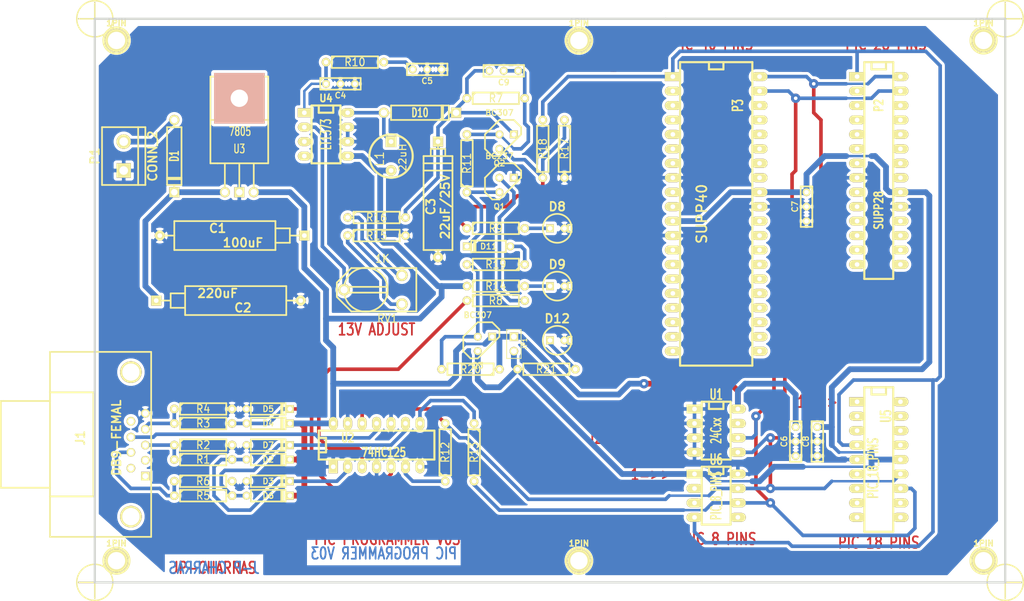
<source format=kicad_pcb>
(kicad_pcb (version 3) (host pcbnew "(2013-01-12 BZR 3902)-testing")
  (title_block (title "SERIAL PIC PROGRAMMER"))
  (layers (15 Composant signal) (0 Cuivre signal))
  (net 0 "")
  (net 1 /DTR)
  (net 2 /PC-CLOCK-OUT)
  (net 3 /PC-DATA-IN)
  (net 4 /VPP/MCLR)
  (net 5 /VPP_ON)
  (net 6 /pic_sockets.sch/CLOCK-RB6)
  (net 7 /pic_sockets.sch/DATA-RB7)
  (net 8 /pic_sockets.sch/VCC_PIC)
  (net 9 GND)
  (net 10 N-000003)
  (net 11 N-000004)
  (net 12 N-000005)
  (net 13 N-000006)
  (net 14 N-000007)
  (net 15 N-000008)
  (net 16 N-000009)
  (net 17 N-000010)
  (net 18 N-000011)
  (net 19 N-000013)
  (net 20 N-000014)
  (net 21 N-000015)
  (net 22 N-000016)
  (net 23 N-000017)
  (net 24 N-000018)
  (net 25 N-000019)
  (net 26 N-000020)
  (net 27 N-000021)
  (net 28 N-000022)
  (net 29 N-000023)
  (net 30 N-000024)
  (net 31 N-000025)
  (net 32 N-000041)
  (net 33 VCC)
  (net 34 VPP)
  (module INDUCTOR_V (layer Composant) (at 125.73 64.77 270)
    (fp_text reference L1)
    (fp_text value 22uH)
    (pad 1 thru_hole rect (at -2.54 0 270) (size 1.905 1.905) (drill 0.812799) (layers *.Cu *.Mask Dessus.SilkS) (net 16 N-000009))
    (pad 2 thru_hole circle (at 2.54 0 270) (size 1.905 1.905) (drill 0.812799) (layers *.Cu *.Mask Dessus.SilkS) (net 33 VCC))
  )
  (module 14DIP-ELL300 (layer Composant) (at 123.19 115.57)
    (fp_text reference U2)
    (fp_text value 74HC125)
    (pad 1 thru_hole rect (at -7.62 3.81) (size 1.5748 2.286) (drill 0.812799) (layers *.Cu *.Mask Dessus.SilkS) (net 9 GND))
    (pad 2 thru_hole oval (at -5.08 3.81) (size 1.5748 2.286) (drill 0.812799) (layers *.Cu *.Mask Dessus.SilkS) (net 29 N-000023))
    (pad 3 thru_hole oval (at -2.54 3.81) (size 1.5748 2.286) (drill 0.812799) (layers *.Cu *.Mask Dessus.SilkS) (net 25 N-000019))
    (pad 4 thru_hole oval (at 0 3.81) (size 1.5748 2.286) (drill 0.812799) (layers *.Cu *.Mask Dessus.SilkS) (net 9 GND))
    (pad 5 thru_hole oval (at 2.54 3.81) (size 1.5748 2.286) (drill 0.812799) (layers *.Cu *.Mask Dessus.SilkS) (net 28 N-000022))
    (pad 6 thru_hole oval (at 5.08 3.81) (size 1.5748 2.286) (drill 0.812799) (layers *.Cu *.Mask Dessus.SilkS) (net 26 N-000020))
    (pad 7 thru_hole oval (at 7.62 3.81) (size 1.5748 2.286) (drill 0.812799) (layers *.Cu *.Mask Dessus.SilkS) (net 9 GND))
    (pad 8 thru_hole oval (at 7.62 -3.81) (size 1.5748 2.286) (drill 0.812799) (layers *.Cu *.Mask Dessus.SilkS) (net 32 N-000041))
    (pad 9 thru_hole oval (at 5.08 -3.81) (size 1.5748 2.286) (drill 0.812799) (layers *.Cu *.Mask Dessus.SilkS) (net 27 N-000021))
    (pad 10 thru_hole oval (at 2.54 -3.81) (size 1.5748 2.286) (drill 0.812799) (layers *.Cu *.Mask Dessus.SilkS) (net 9 GND))
    (pad 11 thru_hole oval (at 0 -3.81) (size 1.5748 2.286) (drill 0.812799) (layers *.Cu *.Mask Dessus.SilkS) (net 3 /PC-DATA-IN))
    (pad 12 thru_hole oval (at -2.54 -3.81) (size 1.5748 2.286) (drill 0.812799) (layers *.Cu *.Mask Dessus.SilkS) (net 7 /pic_sockets.sch/DATA-RB7))
    (pad 13 thru_hole oval (at -5.08 -3.81) (size 1.5748 2.286) (drill 0.812799) (layers *.Cu *.Mask Dessus.SilkS) (net 9 GND))
    (pad 14 thru_hole oval (at -7.62 -3.81) (size 1.5748 2.286) (drill 0.812799) (layers *.Cu *.Mask Dessus.SilkS) (net 33 VCC))
  )
  (module 18DIP-ELL300 (layer Composant) (at 211.455 118.11 270)
    (fp_text reference U5)
    (fp_text value PIC_18_PINS)
    (pad 1 thru_hole rect (at -10.16 3.81 270) (size 1.5748 2.794) (drill 0.812799) (layers *.Cu *.Mask Dessus.SilkS))
    (pad 2 thru_hole oval (at -7.62 3.81 270) (size 1.5748 2.794) (drill 0.812799) (layers *.Cu *.Mask Dessus.SilkS))
    (pad 3 thru_hole oval (at -5.08 3.81 270) (size 1.5748 2.794) (drill 0.812799) (layers *.Cu *.Mask Dessus.SilkS))
    (pad 4 thru_hole oval (at -2.54 3.81 270) (size 1.5748 2.794) (drill 0.812799) (layers *.Cu *.Mask Dessus.SilkS) (net 4 /VPP/MCLR))
    (pad 5 thru_hole oval (at 0 3.81 270) (size 1.5748 2.794) (drill 0.812799) (layers *.Cu *.Mask Dessus.SilkS) (net 9 GND))
    (pad 6 thru_hole oval (at 2.54 3.81 270) (size 1.5748 2.794) (drill 0.812799) (layers *.Cu *.Mask Dessus.SilkS))
    (pad 7 thru_hole oval (at 5.08 3.81 270) (size 1.5748 2.794) (drill 0.812799) (layers *.Cu *.Mask Dessus.SilkS))
    (pad 8 thru_hole oval (at 7.62 3.81 270) (size 1.5748 2.794) (drill 0.812799) (layers *.Cu *.Mask Dessus.SilkS))
    (pad 9 thru_hole oval (at 10.16 3.81 270) (size 1.5748 2.794) (drill 0.812799) (layers *.Cu *.Mask Dessus.SilkS))
    (pad 10 thru_hole oval (at 10.16 -3.81 270) (size 1.5748 2.794) (drill 0.812799) (layers *.Cu *.Mask Dessus.SilkS))
    (pad 11 thru_hole oval (at 7.62 -3.81 270) (size 1.5748 2.794) (drill 0.812799) (layers *.Cu *.Mask Dessus.SilkS))
    (pad 12 thru_hole oval (at 5.08 -3.81 270) (size 1.5748 2.794) (drill 0.812799) (layers *.Cu *.Mask Dessus.SilkS) (net 6 /pic_sockets.sch/CLOCK-RB6))
    (pad 13 thru_hole oval (at 2.54 -3.81 270) (size 1.5748 2.794) (drill 0.812799) (layers *.Cu *.Mask Dessus.SilkS) (net 7 /pic_sockets.sch/DATA-RB7))
    (pad 14 thru_hole oval (at 0 -3.81 270) (size 1.5748 2.794) (drill 0.812799) (layers *.Cu *.Mask Dessus.SilkS) (net 8 /pic_sockets.sch/VCC_PIC))
    (pad 15 thru_hole oval (at -2.54 -3.81 270) (size 1.5748 2.794) (drill 0.812799) (layers *.Cu *.Mask Dessus.SilkS))
    (pad 16 thru_hole oval (at -5.08 -3.81 270) (size 1.5748 2.794) (drill 0.812799) (layers *.Cu *.Mask Dessus.SilkS))
    (pad 17 thru_hole oval (at -7.62 -3.81 270) (size 1.5748 2.794) (drill 0.812799) (layers *.Cu *.Mask Dessus.SilkS))
    (pad 18 thru_hole oval (at -10.16 -3.81 270) (size 1.5748 2.794) (drill 0.812799) (layers *.Cu *.Mask Dessus.SilkS))
  )
  (module 8DIP-ELL300 (layer Composant) (at 182.88 113.03 270)
    (fp_text reference U1)
    (fp_text value 24Cxx)
    (pad 1 thru_hole rect (at -3.81 3.81 270) (size 1.5748 2.794) (drill 0.812799) (layers *.Cu *.Mask Dessus.SilkS) (net 9 GND))
    (pad 2 thru_hole oval (at -1.27 3.81 270) (size 1.5748 2.794) (drill 0.812799) (layers *.Cu *.Mask Dessus.SilkS) (net 9 GND))
    (pad 3 thru_hole oval (at 1.27 3.81 270) (size 1.5748 2.794) (drill 0.812799) (layers *.Cu *.Mask Dessus.SilkS) (net 9 GND))
    (pad 4 thru_hole oval (at 3.81 3.81 270) (size 1.5748 2.794) (drill 0.812799) (layers *.Cu *.Mask Dessus.SilkS) (net 9 GND))
    (pad 5 thru_hole oval (at 3.81 -3.81 270) (size 1.5748 2.794) (drill 0.812799) (layers *.Cu *.Mask Dessus.SilkS) (net 7 /pic_sockets.sch/DATA-RB7))
    (pad 6 thru_hole oval (at 1.27 -3.81 270) (size 1.5748 2.794) (drill 0.812799) (layers *.Cu *.Mask Dessus.SilkS) (net 6 /pic_sockets.sch/CLOCK-RB6))
    (pad 7 thru_hole oval (at -1.27 -3.81 270) (size 1.5748 2.794) (drill 0.812799) (layers *.Cu *.Mask Dessus.SilkS))
    (pad 8 thru_hole oval (at -3.81 -3.81 270) (size 1.5748 2.794) (drill 0.812799) (layers *.Cu *.Mask Dessus.SilkS) (net 33 VCC))
  )
  (module 8DIP-ELL300 (layer Composant) (at 114.3 60.96 270)
    (fp_text reference U4)
    (fp_text value LT1373)
    (pad 1 thru_hole rect (at -3.81 3.81 270) (size 1.5748 2.286) (drill 0.812799) (layers *.Cu *.Mask Dessus.SilkS) (net 18 N-000011))
    (pad 2 thru_hole oval (at -1.27 3.81 270) (size 1.5748 2.286) (drill 0.812799) (layers *.Cu *.Mask Dessus.SilkS) (net 13 N-000006))
    (pad 3 thru_hole oval (at 1.27 3.81 270) (size 1.5748 2.286) (drill 0.812799) (layers *.Cu *.Mask Dessus.SilkS))
    (pad 4 thru_hole oval (at 3.81 3.81 270) (size 1.5748 2.286) (drill 0.812799) (layers *.Cu *.Mask Dessus.SilkS))
    (pad 5 thru_hole oval (at 3.81 -3.81 270) (size 1.5748 2.286) (drill 0.812799) (layers *.Cu *.Mask Dessus.SilkS) (net 33 VCC))
    (pad 6 thru_hole oval (at 1.27 -3.81 270) (size 1.5748 2.286) (drill 0.812799) (layers *.Cu *.Mask Dessus.SilkS) (net 9 GND))
    (pad 7 thru_hole oval (at -1.27 -3.81 270) (size 1.5748 2.286) (drill 0.812799) (layers *.Cu *.Mask Dessus.SilkS) (net 9 GND))
    (pad 8 thru_hole oval (at -3.81 -3.81 270) (size 1.5748 2.286) (drill 0.812799) (layers *.Cu *.Mask Dessus.SilkS) (net 16 N-000009))
  )
  (module 8DIP-ELL300 (layer Composant) (at 182.88 124.46 270)
    (fp_text reference U6)
    (fp_text value PIC_8_PINS)
    (pad 1 thru_hole rect (at -3.81 3.81 270) (size 1.5748 2.794) (drill 0.812799) (layers *.Cu *.Mask Dessus.SilkS) (net 8 /pic_sockets.sch/VCC_PIC))
    (pad 2 thru_hole oval (at -1.27 3.81 270) (size 1.5748 2.794) (drill 0.812799) (layers *.Cu *.Mask Dessus.SilkS))
    (pad 3 thru_hole oval (at 1.27 3.81 270) (size 1.5748 2.794) (drill 0.812799) (layers *.Cu *.Mask Dessus.SilkS))
    (pad 4 thru_hole oval (at 3.81 3.81 270) (size 1.5748 2.794) (drill 0.812799) (layers *.Cu *.Mask Dessus.SilkS) (net 4 /VPP/MCLR))
    (pad 5 thru_hole oval (at 3.81 -3.81 270) (size 1.5748 2.794) (drill 0.812799) (layers *.Cu *.Mask Dessus.SilkS))
    (pad 6 thru_hole oval (at 1.27 -3.81 270) (size 1.5748 2.794) (drill 0.812799) (layers *.Cu *.Mask Dessus.SilkS) (net 6 /pic_sockets.sch/CLOCK-RB6))
    (pad 7 thru_hole oval (at -1.27 -3.81 270) (size 1.5748 2.794) (drill 0.812799) (layers *.Cu *.Mask Dessus.SilkS) (net 7 /pic_sockets.sch/DATA-RB7))
    (pad 8 thru_hole oval (at -3.81 -3.81 270) (size 1.5748 2.794) (drill 0.812799) (layers *.Cu *.Mask Dessus.SilkS) (net 9 GND))
  )
  (module 28DIP-ELL300 (layer Composant) (at 211.455 67.31 270)
    (fp_text reference P2)
    (fp_text value SUPP28)
    (pad 2 thru_hole oval (at -13.97 3.81 270) (size 1.5748 2.794) (drill 0.812799) (layers *.Cu *.Mask Dessus.SilkS))
    (pad 3 thru_hole oval (at -11.43 3.81 270) (size 1.5748 2.794) (drill 0.812799) (layers *.Cu *.Mask Dessus.SilkS))
    (pad 4 thru_hole oval (at -8.89 3.81 270) (size 1.5748 2.794) (drill 0.812799) (layers *.Cu *.Mask Dessus.SilkS))
    (pad 5 thru_hole oval (at -6.35 3.81 270) (size 1.5748 2.794) (drill 0.812799) (layers *.Cu *.Mask Dessus.SilkS))
    (pad 6 thru_hole oval (at -3.81 3.81 270) (size 1.5748 2.794) (drill 0.812799) (layers *.Cu *.Mask Dessus.SilkS))
    (pad 7 thru_hole oval (at -1.27 3.81 270) (size 1.5748 2.794) (drill 0.812799) (layers *.Cu *.Mask Dessus.SilkS))
    (pad 8 thru_hole oval (at 1.27 3.81 270) (size 1.5748 2.794) (drill 0.812799) (layers *.Cu *.Mask Dessus.SilkS) (net 9 GND))
    (pad 9 thru_hole oval (at 3.81 3.81 270) (size 1.5748 2.794) (drill 0.812799) (layers *.Cu *.Mask Dessus.SilkS))
    (pad 10 thru_hole oval (at 6.35 3.81 270) (size 1.5748 2.794) (drill 0.812799) (layers *.Cu *.Mask Dessus.SilkS))
    (pad 11 thru_hole oval (at 8.89 3.81 270) (size 1.5748 2.794) (drill 0.812799) (layers *.Cu *.Mask Dessus.SilkS))
    (pad 12 thru_hole oval (at 11.43 3.81 270) (size 1.5748 2.794) (drill 0.812799) (layers *.Cu *.Mask Dessus.SilkS))
    (pad 13 thru_hole oval (at 13.97 3.81 270) (size 1.5748 2.794) (drill 0.812799) (layers *.Cu *.Mask Dessus.SilkS))
    (pad 14 thru_hole oval (at 16.51 3.81 270) (size 1.5748 2.794) (drill 0.812799) (layers *.Cu *.Mask Dessus.SilkS))
    (pad 1 thru_hole rect (at -16.51 3.81 270) (size 1.5748 2.794) (drill 0.812799) (layers *.Cu *.Mask Dessus.SilkS) (net 4 /VPP/MCLR))
    (pad 15 thru_hole oval (at 16.51 -3.81 270) (size 1.5748 2.794) (drill 0.812799) (layers *.Cu *.Mask Dessus.SilkS))
    (pad 16 thru_hole oval (at 13.97 -3.81 270) (size 1.5748 2.794) (drill 0.812799) (layers *.Cu *.Mask Dessus.SilkS))
    (pad 17 thru_hole oval (at 11.43 -3.81 270) (size 1.5748 2.794) (drill 0.812799) (layers *.Cu *.Mask Dessus.SilkS))
    (pad 18 thru_hole oval (at 8.89 -3.81 270) (size 1.5748 2.794) (drill 0.812799) (layers *.Cu *.Mask Dessus.SilkS))
    (pad 19 thru_hole oval (at 6.35 -3.81 270) (size 1.5748 2.794) (drill 0.812799) (layers *.Cu *.Mask Dessus.SilkS) (net 9 GND))
    (pad 20 thru_hole oval (at 3.81 -3.81 270) (size 1.5748 2.794) (drill 0.812799) (layers *.Cu *.Mask Dessus.SilkS) (net 8 /pic_sockets.sch/VCC_PIC))
    (pad 21 thru_hole oval (at 1.27 -3.81 270) (size 1.5748 2.794) (drill 0.812799) (layers *.Cu *.Mask Dessus.SilkS))
    (pad 22 thru_hole oval (at -1.27 -3.81 270) (size 1.5748 2.794) (drill 0.812799) (layers *.Cu *.Mask Dessus.SilkS))
    (pad 23 thru_hole oval (at -3.81 -3.81 270) (size 1.5748 2.794) (drill 0.812799) (layers *.Cu *.Mask Dessus.SilkS))
    (pad 24 thru_hole oval (at -6.35 -3.81 270) (size 1.5748 2.794) (drill 0.812799) (layers *.Cu *.Mask Dessus.SilkS))
    (pad 25 thru_hole oval (at -8.89 -3.81 270) (size 1.5748 2.794) (drill 0.812799) (layers *.Cu *.Mask Dessus.SilkS))
    (pad 26 thru_hole oval (at -11.43 -3.81 270) (size 1.5748 2.794) (drill 0.812799) (layers *.Cu *.Mask Dessus.SilkS))
    (pad 27 thru_hole oval (at -13.97 -3.81 270) (size 1.5748 2.794) (drill 0.812799) (layers *.Cu *.Mask Dessus.SilkS) (net 6 /pic_sockets.sch/CLOCK-RB6))
    (pad 28 thru_hole oval (at -16.51 -3.81 270) (size 1.5748 2.794) (drill 0.812799) (layers *.Cu *.Mask Dessus.SilkS) (net 7 /pic_sockets.sch/DATA-RB7))
  )
  (module 40DIP-ELL600 (layer Composant) (at 182.88 74.93 270)
    (fp_text reference P3)
    (fp_text value SUPP40)
    (pad 1 thru_hole rect (at -24.13 7.62 270) (size 1.5748 2.794) (drill 0.812799) (layers *.Cu *.Mask Dessus.SilkS) (net 4 /VPP/MCLR))
    (pad 2 thru_hole oval (at -21.59 7.62 270) (size 1.5748 2.794) (drill 0.812799) (layers *.Cu *.Mask Dessus.SilkS))
    (pad 3 thru_hole oval (at -19.05 7.62 270) (size 1.5748 2.794) (drill 0.812799) (layers *.Cu *.Mask Dessus.SilkS))
    (pad 4 thru_hole oval (at -16.51 7.62 270) (size 1.5748 2.794) (drill 0.812799) (layers *.Cu *.Mask Dessus.SilkS))
    (pad 5 thru_hole oval (at -13.97 7.62 270) (size 1.5748 2.794) (drill 0.812799) (layers *.Cu *.Mask Dessus.SilkS))
    (pad 6 thru_hole oval (at -11.43 7.62 270) (size 1.5748 2.794) (drill 0.812799) (layers *.Cu *.Mask Dessus.SilkS))
    (pad 7 thru_hole oval (at -8.89 7.62 270) (size 1.5748 2.794) (drill 0.812799) (layers *.Cu *.Mask Dessus.SilkS))
    (pad 8 thru_hole oval (at -6.35 7.62 270) (size 1.5748 2.794) (drill 0.812799) (layers *.Cu *.Mask Dessus.SilkS) (net 9 GND))
    (pad 9 thru_hole oval (at -3.81 7.62 270) (size 1.5748 2.794) (drill 0.812799) (layers *.Cu *.Mask Dessus.SilkS))
    (pad 10 thru_hole oval (at -1.27 7.62 270) (size 1.5748 2.794) (drill 0.812799) (layers *.Cu *.Mask Dessus.SilkS))
    (pad 11 thru_hole oval (at 1.27 7.62 270) (size 1.5748 2.794) (drill 0.812799) (layers *.Cu *.Mask Dessus.SilkS) (net 8 /pic_sockets.sch/VCC_PIC))
    (pad 12 thru_hole oval (at 3.81 7.62 270) (size 1.5748 2.794) (drill 0.812799) (layers *.Cu *.Mask Dessus.SilkS) (net 9 GND))
    (pad 13 thru_hole oval (at 6.35 7.62 270) (size 1.5748 2.794) (drill 0.812799) (layers *.Cu *.Mask Dessus.SilkS))
    (pad 14 thru_hole oval (at 8.89 7.62 270) (size 1.5748 2.794) (drill 0.812799) (layers *.Cu *.Mask Dessus.SilkS))
    (pad 15 thru_hole oval (at 11.43 7.62 270) (size 1.5748 2.794) (drill 0.812799) (layers *.Cu *.Mask Dessus.SilkS))
    (pad 16 thru_hole oval (at 13.97 7.62 270) (size 1.5748 2.794) (drill 0.812799) (layers *.Cu *.Mask Dessus.SilkS))
    (pad 17 thru_hole oval (at 16.51 7.62 270) (size 1.5748 2.794) (drill 0.812799) (layers *.Cu *.Mask Dessus.SilkS))
    (pad 18 thru_hole oval (at 19.05 7.62 270) (size 1.5748 2.794) (drill 0.812799) (layers *.Cu *.Mask Dessus.SilkS))
    (pad 19 thru_hole oval (at 21.59 7.62 270) (size 1.5748 2.794) (drill 0.812799) (layers *.Cu *.Mask Dessus.SilkS))
    (pad 20 thru_hole oval (at 24.13 7.62 270) (size 1.5748 2.794) (drill 0.812799) (layers *.Cu *.Mask Dessus.SilkS))
    (pad 21 thru_hole oval (at 24.13 -7.62 270) (size 1.5748 2.794) (drill 0.812799) (layers *.Cu *.Mask Dessus.SilkS))
    (pad 22 thru_hole oval (at 21.59 -7.62 270) (size 1.5748 2.794) (drill 0.812799) (layers *.Cu *.Mask Dessus.SilkS))
    (pad 23 thru_hole oval (at 19.05 -7.62 270) (size 1.5748 2.794) (drill 0.812799) (layers *.Cu *.Mask Dessus.SilkS))
    (pad 24 thru_hole oval (at 16.51 -7.62 270) (size 1.5748 2.794) (drill 0.812799) (layers *.Cu *.Mask Dessus.SilkS))
    (pad 25 thru_hole oval (at 13.97 -7.62 270) (size 1.5748 2.794) (drill 0.812799) (layers *.Cu *.Mask Dessus.SilkS))
    (pad 26 thru_hole oval (at 11.43 -7.62 270) (size 1.5748 2.794) (drill 0.812799) (layers *.Cu *.Mask Dessus.SilkS))
    (pad 27 thru_hole oval (at 8.89 -7.62 270) (size 1.5748 2.794) (drill 0.812799) (layers *.Cu *.Mask Dessus.SilkS))
    (pad 28 thru_hole oval (at 6.35 -7.62 270) (size 1.5748 2.794) (drill 0.812799) (layers *.Cu *.Mask Dessus.SilkS))
    (pad 29 thru_hole oval (at 3.81 -7.62 270) (size 1.5748 2.794) (drill 0.812799) (layers *.Cu *.Mask Dessus.SilkS))
    (pad 30 thru_hole oval (at 1.27 -7.62 270) (size 1.5748 2.794) (drill 0.812799) (layers *.Cu *.Mask Dessus.SilkS))
    (pad 31 thru_hole oval (at -1.27 -7.62 270) (size 1.5748 2.794) (drill 0.812799) (layers *.Cu *.Mask Dessus.SilkS) (net 9 GND))
    (pad 32 thru_hole oval (at -3.81 -7.62 270) (size 1.5748 2.794) (drill 0.812799) (layers *.Cu *.Mask Dessus.SilkS) (net 8 /pic_sockets.sch/VCC_PIC))
    (pad 33 thru_hole oval (at -6.35 -7.62 270) (size 1.5748 2.794) (drill 0.812799) (layers *.Cu *.Mask Dessus.SilkS))
    (pad 34 thru_hole oval (at -8.89 -7.62 270) (size 1.5748 2.794) (drill 0.812799) (layers *.Cu *.Mask Dessus.SilkS))
    (pad 35 thru_hole oval (at -11.43 -7.62 270) (size 1.5748 2.794) (drill 0.812799) (layers *.Cu *.Mask Dessus.SilkS))
    (pad 36 thru_hole oval (at -13.97 -7.62 270) (size 1.5748 2.794) (drill 0.812799) (layers *.Cu *.Mask Dessus.SilkS))
    (pad 37 thru_hole oval (at -16.51 -7.62 270) (size 1.5748 2.794) (drill 0.812799) (layers *.Cu *.Mask Dessus.SilkS))
    (pad 38 thru_hole oval (at -19.05 -7.62 270) (size 1.5748 2.794) (drill 0.812799) (layers *.Cu *.Mask Dessus.SilkS))
    (pad 39 thru_hole oval (at -21.59 -7.62 270) (size 1.5748 2.794) (drill 0.812799) (layers *.Cu *.Mask Dessus.SilkS) (net 6 /pic_sockets.sch/CLOCK-RB6))
    (pad 40 thru_hole oval (at -24.13 -7.62 270) (size 1.5748 2.794) (drill 0.812799) (layers *.Cu *.Mask Dessus.SilkS) (net 7 /pic_sockets.sch/DATA-RB7))
  )
  (module D5 (layer Composant) (at 130.81 57.15)
    (fp_text reference D10)
    (fp_text value SCHOTTKY hide)
    (pad 1 thru_hole circle (at -6.35 0) (size 1.778 1.778) (drill 1.143) (layers *.Cu *.Mask Dessus.SilkS) (net 16 N-000009))
    (pad 2 thru_hole rect (at 6.35 0) (size 1.778 1.778) (drill 1.143) (layers *.Cu *.Mask Dessus.SilkS) (net 34 VPP))
  )
  (module D5 (layer Composant) (at 87.63 64.77 270)
    (fp_text reference D1)
    (fp_text value 1N4004 hide)
    (pad 1 thru_hole circle (at -6.35 0 270) (size 1.778 1.778) (drill 1.143) (layers *.Cu *.Mask Dessus.SilkS) (net 21 N-000015))
    (pad 2 thru_hole rect (at 6.35 0 270) (size 1.778 1.778) (drill 1.143) (layers *.Cu *.Mask Dessus.SilkS) (net 20 N-000014))
  )
  (module D3 (layer Composant) (at 104.14 115.57)
    (fp_text reference D7)
    (fp_text value BAT43 hide)
    (pad 2 thru_hole rect (at 3.81 0) (size 1.397 1.397) (drill 0.8128) (layers *.Cu *.Mask Dessus.SilkS) (net 27 N-000021))
    (pad 1 thru_hole circle (at -3.81 0) (size 1.397 1.397) (drill 0.8128) (layers *.Cu *.Mask Dessus.SilkS) (net 9 GND))
  )
  (module D3 (layer Composant) (at 104.14 118.11)
    (fp_text reference D2)
    (fp_text value BAT43 hide)
    (pad 2 thru_hole rect (at 3.81 0) (size 1.397 1.397) (drill 0.8128) (layers *.Cu *.Mask Dessus.SilkS) (net 33 VCC))
    (pad 1 thru_hole circle (at -3.81 0) (size 1.397 1.397) (drill 0.8128) (layers *.Cu *.Mask Dessus.SilkS) (net 29 N-000023))
  )
  (module D3 (layer Composant) (at 104.14 121.92)
    (fp_text reference D3)
    (fp_text value BAT43 hide)
    (pad 2 thru_hole rect (at 3.81 0) (size 1.397 1.397) (drill 0.8128) (layers *.Cu *.Mask Dessus.SilkS) (net 29 N-000023))
    (pad 1 thru_hole circle (at -3.81 0) (size 1.397 1.397) (drill 0.8128) (layers *.Cu *.Mask Dessus.SilkS) (net 9 GND))
  )
  (module D3 (layer Composant) (at 104.14 111.76)
    (fp_text reference D4)
    (fp_text value BAT43 hide)
    (pad 2 thru_hole rect (at 3.81 0) (size 1.397 1.397) (drill 0.8128) (layers *.Cu *.Mask Dessus.SilkS) (net 33 VCC))
    (pad 1 thru_hole circle (at -3.81 0) (size 1.397 1.397) (drill 0.8128) (layers *.Cu *.Mask Dessus.SilkS) (net 28 N-000022))
  )
  (module D3 (layer Composant) (at 104.14 109.22)
    (fp_text reference D5)
    (fp_text value BAT43 hide)
    (pad 2 thru_hole rect (at 3.81 0) (size 1.397 1.397) (drill 0.8128) (layers *.Cu *.Mask Dessus.SilkS) (net 28 N-000022))
    (pad 1 thru_hole circle (at -3.81 0) (size 1.397 1.397) (drill 0.8128) (layers *.Cu *.Mask Dessus.SilkS) (net 9 GND))
  )
  (module D3 (layer Composant) (at 104.14 124.46)
    (fp_text reference D6)
    (fp_text value BAT43 hide)
    (pad 2 thru_hole rect (at 3.81 0) (size 1.397 1.397) (drill 0.8128) (layers *.Cu *.Mask Dessus.SilkS) (net 33 VCC))
    (pad 1 thru_hole circle (at -3.81 0) (size 1.397 1.397) (drill 0.8128) (layers *.Cu *.Mask Dessus.SilkS) (net 27 N-000021))
  )
  (module D3 (layer Composant) (at 142.875 80.645 180)
    (fp_text reference D11)
    (fp_text value BAT43 hide)
    (pad 2 thru_hole rect (at 3.81 0 180) (size 1.397 1.397) (drill 0.8128) (layers *.Cu *.Mask Dessus.SilkS) (net 23 N-000017))
    (pad 1 thru_hole circle (at -3.81 0 180) (size 1.397 1.397) (drill 0.8128) (layers *.Cu *.Mask Dessus.SilkS) (net 10 N-000003))
  )
  (module R4 (layer Composant) (at 139.065 66.04 90)
    (fp_text reference R11)
    (fp_text value 22K hide)
    (pad 1 thru_hole circle (at -5.08 0 90) (size 1.524 1.524) (drill 0.8128) (layers *.Cu *.Mask Dessus.SilkS) (net 23 N-000017))
    (pad 2 thru_hole circle (at 5.08 0 90) (size 1.524 1.524) (drill 0.8128) (layers *.Cu *.Mask Dessus.SilkS) (net 31 N-000025))
  )
  (module R4 (layer Composant) (at 119.38 48.26)
    (fp_text reference R10)
    (fp_text value 5,1K hide)
    (pad 1 thru_hole circle (at -5.08 0) (size 1.524 1.524) (drill 0.8128) (layers *.Cu *.Mask Dessus.SilkS) (net 18 N-000011))
    (pad 2 thru_hole circle (at 5.08 0) (size 1.524 1.524) (drill 0.8128) (layers *.Cu *.Mask Dessus.SilkS) (net 17 N-000010))
  )
  (module R4 (layer Composant) (at 140.335 116.84 270)
    (fp_text reference R13)
    (fp_text value 470 hide)
    (pad 1 thru_hole circle (at -5.08 0 270) (size 1.524 1.524) (drill 0.8128) (layers *.Cu *.Mask Dessus.SilkS) (net 32 N-000041))
    (pad 2 thru_hole circle (at 5.08 0 270) (size 1.524 1.524) (drill 0.8128) (layers *.Cu *.Mask Dessus.SilkS) (net 6 /pic_sockets.sch/CLOCK-RB6))
  )
  (module R4 (layer Composant) (at 144.145 87.63)
    (fp_text reference R14)
    (fp_text value 470 hide)
    (pad 1 thru_hole circle (at -5.08 0) (size 1.524 1.524) (drill 0.8128) (layers *.Cu *.Mask Dessus.SilkS) (net 33 VCC))
    (pad 2 thru_hole circle (at 5.08 0) (size 1.524 1.524) (drill 0.8128) (layers *.Cu *.Mask Dessus.SilkS) (net 19 N-000013))
  )
  (module R4 (layer Composant) (at 123.19 78.74)
    (fp_text reference R15)
    (fp_text value 6.2K hide)
    (pad 1 thru_hole circle (at -5.08 0) (size 1.524 1.524) (drill 0.8128) (layers *.Cu *.Mask Dessus.SilkS) (net 14 N-000007))
    (pad 2 thru_hole circle (at 5.08 0) (size 1.524 1.524) (drill 0.8128) (layers *.Cu *.Mask Dessus.SilkS) (net 9 GND))
  )
  (module R4 (layer Composant) (at 92.71 115.57)
    (fp_text reference R2)
    (fp_text value 10K hide)
    (pad 1 thru_hole circle (at -5.08 0) (size 1.524 1.524) (drill 0.8128) (layers *.Cu *.Mask Dessus.SilkS) (net 5 /VPP_ON))
    (pad 2 thru_hole circle (at 5.08 0) (size 1.524 1.524) (drill 0.8128) (layers *.Cu *.Mask Dessus.SilkS) (net 9 GND))
  )
  (module R4 (layer Composant) (at 92.71 111.76)
    (fp_text reference R3)
    (fp_text value 10K hide)
    (pad 1 thru_hole circle (at -5.08 0) (size 1.524 1.524) (drill 0.8128) (layers *.Cu *.Mask Dessus.SilkS) (net 1 /DTR))
    (pad 2 thru_hole circle (at 5.08 0) (size 1.524 1.524) (drill 0.8128) (layers *.Cu *.Mask Dessus.SilkS) (net 28 N-000022))
  )
  (module R4 (layer Composant) (at 92.71 109.22)
    (fp_text reference R4)
    (fp_text value 10K hide)
    (pad 1 thru_hole circle (at -5.08 0) (size 1.524 1.524) (drill 0.8128) (layers *.Cu *.Mask Dessus.SilkS) (net 1 /DTR))
    (pad 2 thru_hole circle (at 5.08 0) (size 1.524 1.524) (drill 0.8128) (layers *.Cu *.Mask Dessus.SilkS) (net 9 GND))
  )
  (module R4 (layer Composant) (at 92.71 124.46)
    (fp_text reference R5)
    (fp_text value 10K hide)
    (pad 1 thru_hole circle (at -5.08 0) (size 1.524 1.524) (drill 0.8128) (layers *.Cu *.Mask Dessus.SilkS) (net 2 /PC-CLOCK-OUT))
    (pad 2 thru_hole circle (at 5.08 0) (size 1.524 1.524) (drill 0.8128) (layers *.Cu *.Mask Dessus.SilkS) (net 27 N-000021))
  )
  (module R4 (layer Composant) (at 92.71 121.92)
    (fp_text reference R6)
    (fp_text value 10K hide)
    (pad 1 thru_hole circle (at -5.08 0) (size 1.524 1.524) (drill 0.8128) (layers *.Cu *.Mask Dessus.SilkS) (net 2 /PC-CLOCK-OUT))
    (pad 2 thru_hole circle (at 5.08 0) (size 1.524 1.524) (drill 0.8128) (layers *.Cu *.Mask Dessus.SilkS) (net 9 GND))
  )
  (module R4 (layer Composant) (at 144.145 54.61)
    (fp_text reference R7)
    (fp_text value 10K hide)
    (pad 1 thru_hole circle (at -5.08 0) (size 1.524 1.524) (drill 0.8128) (layers *.Cu *.Mask Dessus.SilkS) (net 34 VPP))
    (pad 2 thru_hole circle (at 5.08 0) (size 1.524 1.524) (drill 0.8128) (layers *.Cu *.Mask Dessus.SilkS) (net 31 N-000025))
  )
  (module R4 (layer Composant) (at 144.145 90.17)
    (fp_text reference R8)
    (fp_text value 1K hide)
    (pad 1 thru_hole circle (at -5.08 0) (size 1.524 1.524) (drill 0.8128) (layers *.Cu *.Mask Dessus.SilkS) (net 25 N-000019))
    (pad 2 thru_hole circle (at 5.08 0) (size 1.524 1.524) (drill 0.8128) (layers *.Cu *.Mask Dessus.SilkS) (net 22 N-000016))
  )
  (module R4 (layer Composant) (at 123.19 75.565)
    (fp_text reference R16)
    (fp_text value 62K hide)
    (pad 1 thru_hole circle (at -5.08 0) (size 1.524 1.524) (drill 0.8128) (layers *.Cu *.Mask Dessus.SilkS) (net 15 N-000008))
    (pad 2 thru_hole circle (at 5.08 0) (size 1.524 1.524) (drill 0.8128) (layers *.Cu *.Mask Dessus.SilkS) (net 34 VPP))
  )
  (module R4 (layer Composant) (at 156.21 63.5 270)
    (fp_text reference R17)
    (fp_text value 22K hide)
    (pad 1 thru_hole circle (at -5.08 0 270) (size 1.524 1.524) (drill 0.8128) (layers *.Cu *.Mask Dessus.SilkS) (net 30 N-000024))
    (pad 2 thru_hole circle (at 5.08 0 270) (size 1.524 1.524) (drill 0.8128) (layers *.Cu *.Mask Dessus.SilkS) (net 9 GND))
  )
  (module R4 (layer Composant) (at 135.255 116.84 90)
    (fp_text reference R12)
    (fp_text value 470 hide)
    (pad 1 thru_hole circle (at -5.08 0 90) (size 1.524 1.524) (drill 0.8128) (layers *.Cu *.Mask Dessus.SilkS) (net 26 N-000020))
    (pad 2 thru_hole circle (at 5.08 0 90) (size 1.524 1.524) (drill 0.8128) (layers *.Cu *.Mask Dessus.SilkS) (net 7 /pic_sockets.sch/DATA-RB7))
  )
  (module R4 (layer Composant) (at 144.145 77.47)
    (fp_text reference R9)
    (fp_text value 2.2K hide)
    (pad 1 thru_hole circle (at -5.08 0) (size 1.524 1.524) (drill 0.8128) (layers *.Cu *.Mask Dessus.SilkS) (net 30 N-000024))
    (pad 2 thru_hole circle (at 5.08 0) (size 1.524 1.524) (drill 0.8128) (layers *.Cu *.Mask Dessus.SilkS) (net 24 N-000018))
  )
  (module R4 (layer Composant) (at 92.71 118.11)
    (fp_text reference R1)
    (fp_text value 10K hide)
    (pad 1 thru_hole circle (at -5.08 0) (size 1.524 1.524) (drill 0.8128) (layers *.Cu *.Mask Dessus.SilkS) (net 5 /VPP_ON))
    (pad 2 thru_hole circle (at 5.08 0) (size 1.524 1.524) (drill 0.8128) (layers *.Cu *.Mask Dessus.SilkS) (net 29 N-000023))
  )
  (module R4 (layer Composant) (at 152.4 63.5 90)
    (fp_text reference R18)
    (fp_text value 220 hide)
    (pad 1 thru_hole circle (at -5.08 0 90) (size 1.524 1.524) (drill 0.8128) (layers *.Cu *.Mask Dessus.SilkS) (net 30 N-000024))
    (pad 2 thru_hole circle (at 5.08 0 90) (size 1.524 1.524) (drill 0.8128) (layers *.Cu *.Mask Dessus.SilkS) (net 4 /VPP/MCLR))
  )
  (module R4 (layer Composant) (at 144.145 83.82 180)
    (fp_text reference R19)
    (fp_text value 2.2K hide)
    (pad 1 thru_hole circle (at -5.08 0 180) (size 1.524 1.524) (drill 0.8128) (layers *.Cu *.Mask Dessus.SilkS) (net 10 N-000003))
    (pad 2 thru_hole circle (at 5.08 0 180) (size 1.524 1.524) (drill 0.8128) (layers *.Cu *.Mask Dessus.SilkS) (net 12 N-000005))
  )
  (module R4 (layer Composant) (at 139.7 102.235 180)
    (fp_text reference R20)
    (fp_text value 2.2K hide)
    (pad 1 thru_hole circle (at -5.08 0 180) (size 1.524 1.524) (drill 0.8128) (layers *.Cu *.Mask Dessus.SilkS) (net 33 VCC))
    (pad 2 thru_hole circle (at 5.08 0 180) (size 1.524 1.524) (drill 0.8128) (layers *.Cu *.Mask Dessus.SilkS) (net 12 N-000005))
  )
  (module R4 (layer Composant) (at 153.035 102.235 180)
    (fp_text reference R21)
    (fp_text value 470 hide)
    (pad 1 thru_hole circle (at -5.08 0 180) (size 1.524 1.524) (drill 0.8128) (layers *.Cu *.Mask Dessus.SilkS) (net 11 N-000004))
    (pad 2 thru_hole circle (at 5.08 0 180) (size 1.524 1.524) (drill 0.8128) (layers *.Cu *.Mask Dessus.SilkS) (net 8 /pic_sockets.sch/VCC_PIC))
  )
  (module C1-1 (layer Composant) (at 145.542 49.784)
    (fp_text reference C9)
    (fp_text value 22OnF hide)
    (pad 1 thru_hole circle (at -2.54 0) (size 1.397 1.397) (drill 0.8128) (layers *.Cu *.Mask Dessus.SilkS) (net 34 VPP))
    (pad 2 thru_hole circle (at 2.54 0) (size 1.397 1.397) (drill 0.8128) (layers *.Cu *.Mask Dessus.SilkS) (net 31 N-000025))
    (pad 2 thru_hole circle (at 0 0) (size 1.397 1.397) (drill 0.8128) (layers *.Cu *.Mask Dessus.SilkS) (net 31 N-000025))
  )
  (module TO92 (layer Composant) (at 146.05 62.23)
    (fp_text reference Q2)
    (fp_text value BC307)
    (pad 1 thru_hole rect (at 1.27 -1.27) (size 1.397 1.397) (drill 0.8128) (layers *.Cu *.Mask Dessus.SilkS) (net 34 VPP))
    (pad 2 thru_hole circle (at -1.27 -1.27) (size 1.397 1.397) (drill 0.8128) (layers *.Cu *.Mask Dessus.SilkS) (net 31 N-000025))
    (pad 3 thru_hole circle (at -1.27 1.27) (size 1.397 1.397) (drill 0.8128) (layers *.Cu *.Mask Dessus.SilkS) (net 30 N-000024))
  )
  (module TO92 (layer Composant) (at 146.05 69.85)
    (fp_text reference Q1)
    (fp_text value BC237)
    (pad 1 thru_hole rect (at 1.27 -1.27) (size 1.397 1.397) (drill 0.8128) (layers *.Cu *.Mask Dessus.SilkS) (net 9 GND))
    (pad 2 thru_hole circle (at -1.27 -1.27) (size 1.397 1.397) (drill 0.8128) (layers *.Cu *.Mask Dessus.SilkS) (net 22 N-000016))
    (pad 3 thru_hole circle (at -1.27 1.27) (size 1.397 1.397) (drill 0.8128) (layers *.Cu *.Mask Dessus.SilkS) (net 23 N-000017))
  )
  (module C1-1 (layer Composant) (at 200.66 114.935 270)
    (fp_text reference C8)
    (fp_text value 100nF hide)
    (pad 1 thru_hole circle (at -2.54 0 270) (size 1.397 1.397) (drill 0.8128) (layers *.Cu *.Mask Dessus.SilkS) (net 8 /pic_sockets.sch/VCC_PIC))
    (pad 2 thru_hole circle (at 2.54 0 270) (size 1.397 1.397) (drill 0.8128) (layers *.Cu *.Mask Dessus.SilkS) (net 9 GND))
    (pad 2 thru_hole circle (at 0 0 270) (size 1.397 1.397) (drill 0.8128) (layers *.Cu *.Mask Dessus.SilkS) (net 9 GND))
  )
  (module LEDV (layer Composant) (at 154.94 97.155)
    (fp_text reference D12)
    (fp_text value YELLOW-LED hide)
    (pad 1 thru_hole rect (at -1.27 0) (size 1.397 1.397) (drill 0.8128) (layers *.Cu *.Mask Dessus.SilkS) (net 11 N-000004))
    (pad 2 thru_hole circle (at 1.27 0) (size 1.397 1.397) (drill 0.8128) (layers *.Cu *.Mask Dessus.SilkS) (net 9 GND))
  )
  (module TO92 (layer Composant) (at 142.24 97.79)
    (fp_text reference Q3)
    (fp_text value BC307)
    (pad 1 thru_hole rect (at 1.27 -1.27) (size 1.397 1.397) (drill 0.8128) (layers *.Cu *.Mask Dessus.SilkS) (net 33 VCC))
    (pad 2 thru_hole circle (at -1.27 -1.27) (size 1.397 1.397) (drill 0.8128) (layers *.Cu *.Mask Dessus.SilkS) (net 12 N-000005))
    (pad 3 thru_hole circle (at -1.27 1.27) (size 1.397 1.397) (drill 0.8128) (layers *.Cu *.Mask Dessus.SilkS) (net 8 /pic_sockets.sch/VCC_PIC))
  )
  (module PIN_ARRAY_2X1 (layer Composant) (at 147.32 97.79 270)
    (fp_text reference JP1)
    (fp_text value JUMPER hide)
    (pad 1 thru_hole rect (at -1.27 0 270) (size 1.524 1.524) (drill 1.016) (layers *.Cu *.Mask Dessus.SilkS) (net 33 VCC))
    (pad 2 thru_hole circle (at 1.27 0 270) (size 1.524 1.524) (drill 1.016) (layers *.Cu *.Mask Dessus.SilkS) (net 8 /pic_sockets.sch/VCC_PIC))
  )
  (module RV2X4 (layer Composant) (at 122.555 88.265 180)
    (fp_text reference RV1)
    (fp_text value 1K)
    (pad 1 thru_hole circle (at -5.08 -2.54 180) (size 2.032 2.032) (drill 1.27) (layers *.Cu *.Mask Dessus.SilkS) (net 14 N-000007))
    (pad 2 thru_hole circle (at 5.08 0 180) (size 2.032 2.032) (drill 1.27) (layers *.Cu *.Mask Dessus.SilkS) (net 13 N-000006))
    (pad 3 thru_hole circle (at -5.08 2.54 180) (size 2.032 2.032) (drill 1.27) (layers *.Cu *.Mask Dessus.SilkS) (net 15 N-000008))
  )
  (module CP10 (layer Composant) (at 97.155 90.17)
    (fp_text reference C2)
    (fp_text value 220uF)
    (pad 2 thru_hole circle (at 12.7 0) (size 1.778 1.778) (drill 0.8128) (layers *.Cu *.Mask Dessus.SilkS) (net 9 GND))
    (pad 1 thru_hole rect (at -12.7 0) (size 1.778 1.778) (drill 0.8128) (layers *.Cu *.Mask Dessus.SilkS) (net 20 N-000014))
  )
  (module CP10 (layer Composant) (at 97.79 78.74 180)
    (fp_text reference C1)
    (fp_text value 100uF)
    (pad 2 thru_hole circle (at 12.7 0 180) (size 1.778 1.778) (drill 0.8128) (layers *.Cu *.Mask Dessus.SilkS) (net 9 GND))
    (pad 1 thru_hole rect (at -12.7 0 180) (size 1.778 1.778) (drill 0.8128) (layers *.Cu *.Mask Dessus.SilkS) (net 33 VCC))
  )
  (module CP8 (layer Composant) (at 133.985 72.39 270)
    (fp_text reference C3)
    (fp_text value 22uF/25V)
    (pad 1 thru_hole rect (at -10.16 0 270) (size 1.778 1.778) (drill 0.8128) (layers *.Cu *.Mask Dessus.SilkS) (net 34 VPP))
    (pad 2 thru_hole circle (at 10.16 0 270) (size 1.778 1.778) (drill 0.8128) (layers *.Cu *.Mask Dessus.SilkS) (net 9 GND))
  )
  (module MIRE (layer Composant) (at 233.68 139.7)
    (fp_text reference MIRE hide)
    (fp_text value * hide)
    (pad "" thru_hole rect (at -1.524 0) (size 2.794 0.254) (layers *.Cu *.Mask Dessus.SilkS))
    (pad "" thru_hole rect (at 0 -1.524) (size 0.254 2.794) (layers *.Cu *.Mask Dessus.SilkS))
    (pad "" thru_hole circle (at 0 0) (size 0.254 0.254) (drill 0.0508) (layers *.Cu *.Mask))
    (pad "" thru_hole rect (at 0 1.524) (size 0.254 2.794) (layers *.Cu *.Mask Dessus.SilkS))
    (pad "" thru_hole rect (at 1.524 0) (size 2.794 0.254) (layers *.Cu *.Mask Dessus.SilkS))
  )
  (module MIRE (layer Composant) (at 73.66 139.7)
    (fp_text reference MIRE hide)
    (fp_text value * hide)
    (pad "" thru_hole rect (at -1.524 0) (size 2.794 0.254) (layers *.Cu *.Mask Dessus.SilkS))
    (pad "" thru_hole rect (at 0 -1.524) (size 0.254 2.794) (layers *.Cu *.Mask Dessus.SilkS))
    (pad "" thru_hole circle (at 0 0) (size 0.254 0.254) (drill 0.0508) (layers *.Cu *.Mask))
    (pad "" thru_hole rect (at 0 1.524) (size 0.254 2.794) (layers *.Cu *.Mask Dessus.SilkS))
    (pad "" thru_hole rect (at 1.524 0) (size 2.794 0.254) (layers *.Cu *.Mask Dessus.SilkS))
  )
  (module MIRE (layer Composant) (at 73.66 40.64)
    (fp_text reference MIRE hide)
    (fp_text value * hide)
    (pad "" thru_hole rect (at -1.524 0) (size 2.794 0.254) (layers *.Cu *.Mask Dessus.SilkS))
    (pad "" thru_hole rect (at 0 -1.524) (size 0.254 2.794) (layers *.Cu *.Mask Dessus.SilkS))
    (pad "" thru_hole circle (at 0 0) (size 0.254 0.254) (drill 0.0508) (layers *.Cu *.Mask))
    (pad "" thru_hole rect (at 0 1.524) (size 0.254 2.794) (layers *.Cu *.Mask Dessus.SilkS))
    (pad "" thru_hole rect (at 1.524 0) (size 2.794 0.254) (layers *.Cu *.Mask Dessus.SilkS))
  )
  (module MIRE (layer Composant) (at 233.68 40.64)
    (fp_text reference MIRE hide)
    (fp_text value * hide)
    (pad "" thru_hole rect (at -1.524 0) (size 2.794 0.254) (layers *.Cu *.Mask Dessus.SilkS))
    (pad "" thru_hole rect (at 0 -1.524) (size 0.254 2.794) (layers *.Cu *.Mask Dessus.SilkS))
    (pad "" thru_hole circle (at 0 0) (size 0.254 0.254) (drill 0.0508) (layers *.Cu *.Mask))
    (pad "" thru_hole rect (at 0 1.524) (size 0.254 2.794) (layers *.Cu *.Mask Dessus.SilkS))
    (pad "" thru_hole rect (at 1.524 0) (size 2.794 0.254) (layers *.Cu *.Mask Dessus.SilkS))
  )
  (module C1-1 (layer Composant) (at 198.755 73.66 270)
    (fp_text reference C7)
    (fp_text value 100nF hide)
    (pad 1 thru_hole circle (at -2.54 0 270) (size 1.397 1.397) (drill 0.8128) (layers *.Cu *.Mask Dessus.SilkS) (net 8 /pic_sockets.sch/VCC_PIC))
    (pad 2 thru_hole circle (at 2.54 0 270) (size 1.397 1.397) (drill 0.8128) (layers *.Cu *.Mask Dessus.SilkS) (net 9 GND))
    (pad 2 thru_hole circle (at 0 0 270) (size 1.397 1.397) (drill 0.8128) (layers *.Cu *.Mask Dessus.SilkS) (net 9 GND))
  )
  (module C1-1 (layer Composant) (at 196.85 114.935 270)
    (fp_text reference C6)
    (fp_text value 100nF hide)
    (pad 1 thru_hole circle (at -2.54 0 270) (size 1.397 1.397) (drill 0.8128) (layers *.Cu *.Mask Dessus.SilkS) (net 33 VCC))
    (pad 2 thru_hole circle (at 2.54 0 270) (size 1.397 1.397) (drill 0.8128) (layers *.Cu *.Mask Dessus.SilkS) (net 9 GND))
    (pad 2 thru_hole circle (at 0 0 270) (size 1.397 1.397) (drill 0.8128) (layers *.Cu *.Mask Dessus.SilkS) (net 9 GND))
  )
  (module 1pin (layer Composant) (at 158.75 44.45)
    (fp_text reference 1PIN)
    (fp_text value P*** hide)
    (pad 1 thru_hole circle (at 0 0) (size 4.064 4.064) (drill 3.048) (layers *.Cu *.Mask Dessus.SilkS))
  )
  (module 1pin (layer Composant) (at 158.75 135.89)
    (fp_text reference 1PIN)
    (fp_text value P*** hide)
    (pad 1 thru_hole circle (at 0 0) (size 4.064 4.064) (drill 3.048) (layers *.Cu *.Mask Dessus.SilkS))
  )
  (module 1pin (layer Composant) (at 77.47 135.89)
    (fp_text reference 1PIN)
    (fp_text value P*** hide)
    (pad 1 thru_hole circle (at 0 0) (size 4.064 4.064) (drill 3.048) (layers *.Cu *.Mask Dessus.SilkS))
  )
  (module 1pin (layer Composant) (at 77.47 44.45)
    (fp_text reference 1PIN)
    (fp_text value P*** hide)
    (pad 1 thru_hole circle (at 0 0) (size 4.064 4.064) (drill 3.048) (layers *.Cu *.Mask Dessus.SilkS))
  )
  (module 1pin (layer Composant) (at 229.87 135.89)
    (fp_text reference 1PIN)
    (fp_text value P*** hide)
    (pad 1 thru_hole circle (at 0 0) (size 4.064 4.064) (drill 3.048) (layers *.Cu *.Mask Dessus.SilkS))
  )
  (module 1pin (layer Composant) (at 229.87 44.45)
    (fp_text reference 1PIN)
    (fp_text value P*** hide)
    (pad 1 thru_hole circle (at 0 0) (size 4.064 4.064) (drill 3.048) (layers *.Cu *.Mask Dessus.SilkS))
  )
  (module LM78XX (layer Composant) (at 99.06 71.12 90)
    (fp_text reference U3)
    (fp_text value 7805)
    (pad 4 thru_hole rect (at 16.51 0 90) (size 8.89 8.89) (drill 3.048) (layers *.Cu *.SilkS *.Mask))
    (pad VI thru_hole circle (at 0 -2.54 90) (size 1.778 1.778) (drill 1.143) (layers *.Cu *.Mask Dessus.SilkS) (net 20 N-000014))
    (pad GND thru_hole rect (at 0 0 90) (size 1.778 1.778) (drill 1.143) (layers *.Cu *.Mask Dessus.SilkS) (net 9 GND))
    (pad VO thru_hole circle (at 0 2.54 90) (size 1.778 1.778) (drill 1.143) (layers *.Cu *.Mask Dessus.SilkS) (net 33 VCC))
  )
  (module LEDV (layer Composant) (at 154.94 77.47)
    (fp_text reference D8)
    (fp_text value RED-LED hide)
    (pad 1 thru_hole rect (at -1.27 0) (size 1.397 1.397) (drill 0.8128) (layers *.Cu *.Mask Dessus.SilkS) (net 24 N-000018))
    (pad 2 thru_hole circle (at 1.27 0) (size 1.397 1.397) (drill 0.8128) (layers *.Cu *.Mask Dessus.SilkS) (net 9 GND))
  )
  (module LEDV (layer Composant) (at 154.94 87.63)
    (fp_text reference D9)
    (fp_text value GREEN-LED hide)
    (pad 1 thru_hole rect (at -1.27 0) (size 1.397 1.397) (drill 0.8128) (layers *.Cu *.Mask Dessus.SilkS) (net 19 N-000013))
    (pad 2 thru_hole circle (at 1.27 0) (size 1.397 1.397) (drill 0.8128) (layers *.Cu *.Mask Dessus.SilkS) (net 9 GND))
  )
  (module DB9FC (layer Composant) (at 81.28 115.57 90)
    (fp_text reference J1)
    (fp_text value DB9-FEMAL)
    (pad "" thru_hole circle (at 12.827 -1.27 90) (size 3.81 3.81) (drill 3.048) (layers *.Cu *.Mask Dessus.SilkS))
    (pad "" thru_hole circle (at -12.573 -1.27 90) (size 3.81 3.81) (drill 3.048) (layers *.Cu *.Mask Dessus.SilkS))
    (pad 1 thru_hole rect (at -5.461 1.27 90) (size 1.524 1.524) (drill 1.016) (layers *.Cu *.Mask Dessus.SilkS))
    (pad 2 thru_hole circle (at -2.667 1.27 90) (size 1.524 1.524) (drill 1.016) (layers *.Cu *.Mask Dessus.SilkS))
    (pad 3 thru_hole circle (at 0 1.27 90) (size 1.524 1.524) (drill 1.016) (layers *.Cu *.Mask Dessus.SilkS) (net 5 /VPP_ON))
    (pad 4 thru_hole circle (at 2.794 1.27 90) (size 1.524 1.524) (drill 1.016) (layers *.Cu *.Mask Dessus.SilkS) (net 1 /DTR))
    (pad 5 thru_hole circle (at 5.588 1.27 90) (size 1.524 1.524) (drill 1.016) (layers *.Cu *.Mask Dessus.SilkS) (net 9 GND))
    (pad 6 thru_hole circle (at -4.064 -1.27 90) (size 1.524 1.524) (drill 1.016) (layers *.Cu *.Mask Dessus.SilkS))
    (pad 7 thru_hole circle (at -1.27 -1.27 90) (size 1.524 1.524) (drill 1.016) (layers *.Cu *.Mask Dessus.SilkS) (net 2 /PC-CLOCK-OUT))
    (pad 8 thru_hole circle (at 1.397 -1.27 90) (size 1.524 1.524) (drill 1.016) (layers *.Cu *.Mask Dessus.SilkS) (net 3 /PC-DATA-IN))
    (pad 9 thru_hole circle (at 4.191 -1.27 90) (size 1.524 1.524) (drill 1.016) (layers *.Cu *.Mask Dessus.SilkS))
  )
  (module C1-1 (layer Composant) (at 132.08 49.53)
    (fp_text reference C5)
    (fp_text value 10nF hide)
    (pad 1 thru_hole circle (at -2.54 0) (size 1.397 1.397) (drill 0.8128) (layers *.Cu *.Mask Dessus.SilkS) (net 17 N-000010))
    (pad 2 thru_hole circle (at 2.54 0) (size 1.397 1.397) (drill 0.8128) (layers *.Cu *.Mask Dessus.SilkS) (net 9 GND))
    (pad 2 thru_hole circle (at 0 0) (size 1.397 1.397) (drill 0.8128) (layers *.Cu *.Mask Dessus.SilkS) (net 9 GND))
  )
  (module C1-1 (layer Composant) (at 116.84 52.07)
    (fp_text reference C4)
    (fp_text value 0 hide)
    (pad 1 thru_hole circle (at -2.54 0) (size 1.397 1.397) (drill 0.8128) (layers *.Cu *.Mask Dessus.SilkS) (net 18 N-000011))
    (pad 2 thru_hole circle (at 2.54 0) (size 1.397 1.397) (drill 0.8128) (layers *.Cu *.Mask Dessus.SilkS) (net 9 GND))
    (pad 2 thru_hole circle (at 0 0) (size 1.397 1.397) (drill 0.8128) (layers *.Cu *.Mask Dessus.SilkS) (net 9 GND))
  )
  (module bornier2 (layer Composant) (at 78.74 64.77 90)
    (fp_text reference P1)
    (fp_text value CONN_2)
    (pad 1 thru_hole rect (at -2.54 0 90) (size 2.54 2.54) (drill 1.524) (layers *.Cu *.Mask Dessus.SilkS) (net 9 GND))
    (pad 2 thru_hole circle (at 2.54 0 90) (size 2.54 2.54) (drill 1.524) (layers *.Cu *.Mask Dessus.SilkS) (net 21 N-000015))
  )
  (gr_text "VCC ON" (at 163.83 98.425) (layer Composant) (effects (font (size 2.032 1.524) (thickness 0.3048))))
  (gr_text 1=>> (at 200.66 107.95) (layer Composant) (effects (font (size 2.032 1.524) (thickness 0.3048))))
  (gr_text 1=>> (at 171.45 120.65) (layer Composant) (effects (font (size 2.032 1.524) (thickness 0.3048))))
  (gr_text 1=>> (at 171.45 109.22) (layer Composant) (effects (font (size 2.032 1.524) (thickness 0.3048))))
  (gr_text 1=>> (at 201.295 48.895) (layer Composant) (effects (font (size 2.032 1.524) (thickness 0.3048))))
  (gr_text 1=>> (at 167.64 48.895) (layer Composant) (effects (font (size 2.032 1.524) (thickness 0.3048))))
  (gr_text JP-CHARRAS (at 94.615 137.16) (layer Composant) (effects (font (size 2.032 1.524) (thickness 0.3048))))
  (gr_text "J-P CHARRAS" (at 94.615 137.16) (layer Cuivre) (effects (font (size 2.032 1.524) (thickness 0.3048)) (justify mirror)))
  (gr_text "13V ADJUST" (at 123.19 95.25) (layer Composant) (effects (font (size 2.032 1.524) (thickness 0.3048))))
  (gr_text "PIC 40 PINS" (at 182.245 45.085) (layer Composant) (effects (font (size 2.032 1.524) (thickness 0.3048))))
  (gr_text "PIC 28 PINS" (at 212.725 45.085) (layer Composant) (effects (font (size 2.032 1.524) (thickness 0.3048))))
  (gr_text "PIC 18 PINS" (at 211.455 132.715) (layer Composant) (effects (font (size 2.032 1.524) (thickness 0.3048))))
  (gr_text "I2C PROM" (at 166.37 114.3) (layer Composant) (effects (font (size 2.032 1.524) (thickness 0.3048))))
  (gr_text "PIC 8 PINS" (at 183.515 132.08) (layer Composant) (effects (font (size 2.032 1.524) (thickness 0.3048))))
  (gr_text "PWR ON" (at 163.83 88.9) (layer Composant) (effects (font (size 2.032 1.524) (thickness 0.3048))))
  (gr_text "VPP ON" (at 163.195 80.645) (layer Composant) (effects (font (size 2.032 1.524) (thickness 0.3048))))
  (gr_text +8/12V (at 80.01 57.15) (layer Composant) (effects (font (size 2.032 1.524) (thickness 0.3048))))
  (gr_text "PIC PROGRAMMER V03" (at 125.095 132.08) (layer Composant) (effects (font (size 2.032 1.524) (thickness 0.3048))))
  (gr_text "PIC PROGRAMMER V03" (at 124.46 134.62) (layer Cuivre) (effects (font (size 2.032 1.524) (thickness 0.3048)) (justify mirror)))
  (segment (start 83.185 111.76) (end 87.63 111.76) (width 0.635) (layer Cuivre) (net 1))
  (segment (start 82.55 112.395) (end 83.185 111.76) (width 0.635) (layer Cuivre) (net 1))
  (segment (start 82.55 112.776) (end 82.55 112.395) (width 0.635) (layer Cuivre) (net 1))
  (segment (start 87.63 111.76) (end 87.63 109.22) (width 0.635) (layer Cuivre) (net 1))
  (segment (start 77.47 117.475) (end 77.47 120.65) (width 0.635) (layer Cuivre) (net 2))
  (segment (start 80.01 116.84) (end 78.105 116.84) (width 0.635) (layer Cuivre) (net 2))
  (segment (start 86.36 124.46) (end 87.63 124.46) (width 0.635) (layer Cuivre) (net 2))
  (segment (start 80.01 123.19) (end 85.09 123.19) (width 0.635) (layer Cuivre) (net 2))
  (segment (start 78.105 116.84) (end 77.47 117.475) (width 0.635) (layer Cuivre) (net 2))
  (segment (start 85.09 123.19) (end 86.36 124.46) (width 0.635) (layer Cuivre) (net 2))
  (segment (start 87.63 124.46) (end 87.63 121.92) (width 0.635) (layer Cuivre) (net 2))
  (segment (start 77.47 120.65) (end 80.01 123.19) (width 0.635) (layer Cuivre) (net 2))
  (segment (start 112.395 113.665) (end 113.03 114.3) (width 0.635) (layer Cuivre) (net 3))
  (segment (start 80.01 114.173) (end 83.947 114.173) (width 0.635) (layer Cuivre) (net 3))
  (segment (start 123.19 113.03) (end 123.19 111.76) (width 0.635) (layer Cuivre) (net 3))
  (segment (start 121.92 114.3) (end 123.19 113.03) (width 0.635) (layer Cuivre) (net 3))
  (segment (start 113.03 114.3) (end 121.92 114.3) (width 0.635) (layer Cuivre) (net 3))
  (segment (start 83.947 114.173) (end 84.455 113.665) (width 0.635) (layer Cuivre) (net 3))
  (segment (start 84.455 113.665) (end 112.395 113.665) (width 0.635) (layer Cuivre) (net 3))
  (segment (start 207.645 50.8) (end 207.645 46.355) (width 0.635) (layer Cuivre) (net 4))
  (segment (start 179.07 130.81) (end 180.975 132.715) (width 0.635) (layer Cuivre) (net 4))
  (segment (start 207.645 115.57) (end 205.105 115.57) (width 0.635) (layer Cuivre) (net 4))
  (segment (start 221.615 104.14) (end 220.98 104.14) (width 0.635) (layer Cuivre) (net 4))
  (segment (start 221.615 104.14) (end 222.25 103.505) (width 0.635) (layer Cuivre) (net 4))
  (segment (start 220.98 130.81) (end 220.98 104.14) (width 0.635) (layer Cuivre) (net 4))
  (segment (start 218.44 133.35) (end 220.98 130.81) (width 0.635) (layer Cuivre) (net 4))
  (segment (start 222.25 48.895) (end 222.25 103.505) (width 0.635) (layer Cuivre) (net 4))
  (segment (start 205.105 115.57) (end 204.47 114.935) (width 0.635) (layer Cuivre) (net 4))
  (segment (start 204.47 114.935) (end 204.47 106.68) (width 0.635) (layer Cuivre) (net 4))
  (segment (start 204.47 106.68) (end 207.01 104.14) (width 0.635) (layer Cuivre) (net 4))
  (segment (start 207.01 104.14) (end 220.98 104.14) (width 0.635) (layer Cuivre) (net 4))
  (segment (start 219.71 46.355) (end 207.645 46.355) (width 0.635) (layer Cuivre) (net 4))
  (segment (start 156.845 50.8) (end 175.26 50.8) (width 0.635) (layer Cuivre) (net 4))
  (segment (start 195.58 132.715) (end 196.215 133.35) (width 0.635) (layer Cuivre) (net 4))
  (segment (start 175.26 50.8) (end 175.26 47.625) (width 0.635) (layer Cuivre) (net 4))
  (segment (start 179.07 130.81) (end 179.07 128.27) (width 0.635) (layer Cuivre) (net 4))
  (segment (start 207.645 46.355) (end 176.53 46.355) (width 0.635) (layer Cuivre) (net 4))
  (segment (start 175.26 47.625) (end 176.53 46.355) (width 0.635) (layer Cuivre) (net 4))
  (segment (start 222.25 48.895) (end 219.71 46.355) (width 0.635) (layer Cuivre) (net 4))
  (segment (start 196.215 133.35) (end 218.44 133.35) (width 0.635) (layer Cuivre) (net 4))
  (segment (start 195.58 132.715) (end 180.975 132.715) (width 0.635) (layer Cuivre) (net 4))
  (segment (start 152.4 55.245) (end 152.4 58.42) (width 0.635) (layer Cuivre) (net 4))
  (segment (start 156.845 50.8) (end 152.4 55.245) (width 0.635) (layer Cuivre) (net 4))
  (segment (start 87.63 118.11) (end 87.63 115.57) (width 0.635) (layer Cuivre) (net 5))
  (segment (start 87.63 115.57) (end 82.55 115.57) (width 0.635) (layer Cuivre) (net 5))
  (segment (start 189.865 110.49) (end 189.865 113.665) (width 0.635) (layer Cuivre) (net 6))
  (segment (start 140.335 122.555) (end 144.78 127) (width 0.635) (layer Cuivre) (net 6))
  (segment (start 217.805 123.825) (end 217.17 123.19) (width 0.635) (layer Cuivre) (net 6))
  (segment (start 217.805 130.175) (end 217.805 123.825) (width 0.635) (layer Cuivre) (net 6))
  (segment (start 205.74 54.61) (end 208.915 54.61) (width 0.4318) (layer Cuivre) (net 6))
  (segment (start 196.85 54.61) (end 205.74 54.61) (width 0.635) (layer Cuivre) (net 6))
  (segment (start 211.455 53.34) (end 210.185 54.61) (width 0.635) (layer Cuivre) (net 6))
  (segment (start 210.185 54.61) (end 208.915 54.61) (width 0.635) (layer Cuivre) (net 6))
  (segment (start 211.455 53.34) (end 215.265 53.34) (width 0.635) (layer Cuivre) (net 6))
  (segment (start 192.405 125.73) (end 198.12 131.445) (width 0.635) (layer Cuivre) (net 6))
  (segment (start 144.78 127) (end 177.165 127) (width 0.635) (layer Cuivre) (net 6))
  (segment (start 193.04 107.315) (end 193.04 75.565) (width 0.635) (layer Composant) (net 6))
  (segment (start 196.85 67.31) (end 196.85 54.61) (width 0.635) (layer Composant) (net 6))
  (segment (start 189.865 123.19) (end 192.405 125.73) (width 0.635) (layer Composant) (net 6))
  (segment (start 189.23 114.3) (end 186.69 114.3) (width 0.635) (layer Cuivre) (net 6))
  (via (at 192.405 125.73) (size 1.651) (layers Composant Cuivre) (net 6))
  (via (at 196.85 54.61) (size 1.651) (layers Composant Cuivre) (net 6))
  (segment (start 193.04 75.565) (end 196.215 72.39) (width 0.635) (layer Composant) (net 6))
  (segment (start 193.04 107.315) (end 189.865 110.49) (width 0.635) (layer Composant) (net 6))
  (segment (start 186.69 125.73) (end 192.405 125.73) (width 0.635) (layer Cuivre) (net 6))
  (segment (start 198.12 131.445) (end 216.535 131.445) (width 0.635) (layer Cuivre) (net 6))
  (segment (start 140.335 121.92) (end 140.335 122.555) (width 0.635) (layer Cuivre) (net 6))
  (segment (start 217.17 123.19) (end 215.265 123.19) (width 0.635) (layer Cuivre) (net 6))
  (segment (start 195.58 53.34) (end 196.85 54.61) (width 0.635) (layer Cuivre) (net 6))
  (segment (start 190.5 53.34) (end 195.58 53.34) (width 0.635) (layer Cuivre) (net 6))
  (segment (start 196.215 67.945) (end 196.85 67.31) (width 0.635) (layer Composant) (net 6))
  (segment (start 189.865 110.49) (end 189.865 123.19) (width 0.635) (layer Composant) (net 6))
  (segment (start 196.215 72.39) (end 196.215 67.945) (width 0.635) (layer Composant) (net 6))
  (segment (start 182.245 125.73) (end 186.69 125.73) (width 0.635) (layer Cuivre) (net 6))
  (via (at 189.865 110.49) (size 1.651) (layers Composant Cuivre) (net 6))
  (segment (start 182.245 125.73) (end 180.975 127) (width 0.635) (layer Cuivre) (net 6))
  (segment (start 177.165 127) (end 180.975 127) (width 0.4318) (layer Cuivre) (net 6))
  (segment (start 216.535 131.445) (end 217.805 130.175) (width 0.635) (layer Cuivre) (net 6))
  (segment (start 189.865 113.665) (end 189.23 114.3) (width 0.635) (layer Cuivre) (net 6))
  (via (at 192.405 123.19) (size 1.651) (layers Composant Cuivre) (net 7))
  (segment (start 132.715 109.22) (end 135.255 111.76) (width 0.635) (layer Composant) (net 7))
  (segment (start 192.405 114.3) (end 192.405 123.19) (width 0.635) (layer Composant) (net 7))
  (segment (start 200.025 52.07) (end 205.74 52.07) (width 0.635) (layer Cuivre) (net 7))
  (segment (start 203.2 121.92) (end 213.995 121.92) (width 0.4318) (layer Cuivre) (net 7))
  (segment (start 173.99 125.095) (end 174.625 124.46) (width 0.635) (layer Cuivre) (net 7))
  (segment (start 209.55 52.07) (end 210.82 50.8) (width 0.635) (layer Cuivre) (net 7))
  (segment (start 201.93 123.19) (end 203.2 121.92) (width 0.635) (layer Cuivre) (net 7))
  (segment (start 213.995 121.92) (end 215.265 120.65) (width 0.635) (layer Cuivre) (net 7))
  (segment (start 186.69 123.19) (end 192.405 123.19) (width 0.635) (layer Cuivre) (net 7))
  (segment (start 174.625 124.46) (end 181.61 124.46) (width 0.4318) (layer Cuivre) (net 7))
  (segment (start 149.86 125.095) (end 173.99 125.095) (width 0.635) (layer Cuivre) (net 7))
  (segment (start 181.61 124.46) (end 182.88 123.19) (width 0.635) (layer Cuivre) (net 7))
  (segment (start 120.65 109.855) (end 121.285 109.22) (width 0.635) (layer Composant) (net 7))
  (segment (start 120.65 111.76) (end 120.65 109.855) (width 0.635) (layer Composant) (net 7))
  (segment (start 192.405 123.19) (end 201.93 123.19) (width 0.635) (layer Cuivre) (net 7))
  (segment (start 121.285 109.22) (end 132.715 109.22) (width 0.635) (layer Composant) (net 7))
  (segment (start 205.74 52.07) (end 209.55 52.07) (width 0.4318) (layer Cuivre) (net 7))
  (segment (start 182.88 123.19) (end 186.69 123.19) (width 0.635) (layer Cuivre) (net 7))
  (segment (start 194.945 91.44) (end 194.945 113.665) (width 0.635) (layer Composant) (net 7))
  (segment (start 194.945 113.665) (end 194.31 114.3) (width 0.635) (layer Composant) (net 7))
  (segment (start 200.025 57.15) (end 200.025 52.07) (width 0.635) (layer Composant) (net 7))
  (via (at 200.025 52.07) (size 1.651) (layers Composant Cuivre) (net 7))
  (segment (start 194.31 114.3) (end 192.405 114.3) (width 0.635) (layer Composant) (net 7))
  (segment (start 190.5 50.8) (end 198.755 50.8) (width 0.635) (layer Cuivre) (net 7))
  (segment (start 198.755 50.8) (end 200.025 52.07) (width 0.635) (layer Cuivre) (net 7))
  (segment (start 135.255 111.76) (end 137.795 114.3) (width 0.635) (layer Cuivre) (net 7))
  (segment (start 215.265 50.8) (end 210.82 50.8) (width 0.635) (layer Cuivre) (net 7))
  (segment (start 200.025 57.15) (end 201.295 58.42) (width 0.635) (layer Composant) (net 7))
  (via (at 192.405 114.3) (size 1.651) (layers Composant Cuivre) (net 7))
  (segment (start 201.295 58.42) (end 201.295 85.09) (width 0.635) (layer Composant) (net 7))
  (segment (start 201.295 85.09) (end 194.945 91.44) (width 0.635) (layer Composant) (net 7))
  (segment (start 137.795 114.3) (end 139.065 114.3) (width 0.635) (layer Cuivre) (net 7))
  (segment (start 139.065 114.3) (end 149.86 125.095) (width 0.635) (layer Cuivre) (net 7))
  (segment (start 192.405 114.3) (end 191.77 114.3) (width 0.635) (layer Cuivre) (net 7))
  (segment (start 189.23 116.84) (end 186.69 116.84) (width 0.635) (layer Cuivre) (net 7))
  (segment (start 191.77 114.3) (end 189.23 116.84) (width 0.635) (layer Cuivre) (net 7))
  (segment (start 201.93 64.77) (end 205.74 64.77) (width 1.016) (layer Cuivre) (net 8))
  (segment (start 198.755 67.945) (end 201.93 64.77) (width 1.016) (layer Cuivre) (net 8))
  (segment (start 205.74 64.77) (end 210.185 64.77) (width 0.4318) (layer Cuivre) (net 8))
  (segment (start 198.755 71.12) (end 198.755 67.945) (width 1.016) (layer Cuivre) (net 8))
  (segment (start 210.185 64.77) (end 210.82 64.77) (width 1.016) (layer Cuivre) (net 8))
  (segment (start 190.5 71.12) (end 198.755 71.12) (width 1.016) (layer Cuivre) (net 8))
  (segment (start 213.36 71.12) (end 215.265 71.12) (width 1.016) (layer Cuivre) (net 8))
  (segment (start 212.725 70.485) (end 213.36 71.12) (width 1.016) (layer Cuivre) (net 8))
  (segment (start 166.37 120.65) (end 147.955 102.235) (width 1.016) (layer Cuivre) (net 8))
  (segment (start 210.82 64.77) (end 212.725 66.675) (width 1.016) (layer Cuivre) (net 8))
  (segment (start 206.375 102.235) (end 219.075 102.235) (width 1.016) (layer Cuivre) (net 8))
  (segment (start 203.2 105.41) (end 206.375 102.235) (width 1.016) (layer Cuivre) (net 8))
  (segment (start 212.725 66.675) (end 212.725 70.485) (width 1.016) (layer Cuivre) (net 8))
  (segment (start 204.47 116.84) (end 210.185 116.84) (width 0.4318) (layer Cuivre) (net 8))
  (segment (start 219.71 71.12) (end 215.265 71.12) (width 1.016) (layer Cuivre) (net 8))
  (segment (start 220.345 71.755) (end 219.71 71.12) (width 1.016) (layer Cuivre) (net 8))
  (segment (start 220.345 100.965) (end 220.345 71.755) (width 1.016) (layer Cuivre) (net 8))
  (segment (start 219.075 102.235) (end 220.345 100.965) (width 1.016) (layer Cuivre) (net 8))
  (segment (start 198.12 119.38) (end 210.185 119.38) (width 0.4318) (layer Cuivre) (net 8))
  (segment (start 210.185 119.38) (end 210.185 118.11) (width 1.016) (layer Cuivre) (net 8))
  (segment (start 193.04 119.38) (end 198.12 119.38) (width 1.016) (layer Cuivre) (net 8))
  (segment (start 182.245 121.92) (end 189.23 121.92) (width 0.4318) (layer Cuivre) (net 8))
  (segment (start 189.23 121.92) (end 190.5 121.92) (width 1.016) (layer Cuivre) (net 8))
  (segment (start 185.42 71.12) (end 190.5 71.12) (width 1.016) (layer Cuivre) (net 8))
  (segment (start 190.5 121.92) (end 193.04 119.38) (width 1.016) (layer Cuivre) (net 8))
  (segment (start 180.975 120.65) (end 182.245 121.92) (width 1.016) (layer Cuivre) (net 8))
  (segment (start 179.07 120.65) (end 180.975 120.65) (width 1.016) (layer Cuivre) (net 8))
  (segment (start 175.26 76.2) (end 180.34 76.2) (width 1.016) (layer Cuivre) (net 8))
  (segment (start 210.185 118.11) (end 215.265 118.11) (width 1.016) (layer Cuivre) (net 8))
  (segment (start 180.34 76.2) (end 185.42 71.12) (width 1.016) (layer Cuivre) (net 8))
  (segment (start 203.2 105.41) (end 203.2 112.395) (width 1.016) (layer Cuivre) (net 8))
  (segment (start 203.2 112.395) (end 203.2 115.57) (width 1.016) (layer Cuivre) (net 8))
  (segment (start 203.2 115.57) (end 204.47 116.84) (width 0.635) (layer Cuivre) (net 8))
  (segment (start 147.32 99.06) (end 147.32 101.6) (width 1.016) (layer Cuivre) (net 8))
  (segment (start 147.32 101.6) (end 147.955 102.235) (width 1.016) (layer Cuivre) (net 8))
  (segment (start 140.97 99.06) (end 140.97 104.14) (width 1.016) (layer Cuivre) (net 8))
  (segment (start 140.97 104.14) (end 142.24 105.41) (width 1.016) (layer Cuivre) (net 8))
  (segment (start 142.24 105.41) (end 144.78 105.41) (width 1.016) (layer Cuivre) (net 8))
  (segment (start 144.78 105.41) (end 147.955 102.235) (width 1.016) (layer Cuivre) (net 8))
  (segment (start 179.07 120.65) (end 166.37 120.65) (width 1.016) (layer Cuivre) (net 8))
  (segment (start 210.185 118.11) (end 210.185 116.84) (width 1.016) (layer Cuivre) (net 8))
  (segment (start 200.66 112.395) (end 203.2 112.395) (width 1.016) (layer Cuivre) (net 8))
  (segment (start 148.59 80.645) (end 149.225 81.28) (width 0.635) (layer Cuivre) (net 10))
  (segment (start 146.685 80.645) (end 148.59 80.645) (width 0.635) (layer Cuivre) (net 10))
  (segment (start 149.225 81.28) (end 149.225 83.82) (width 0.635) (layer Cuivre) (net 10))
  (segment (start 153.67 97.155) (end 153.67 97.79) (width 0.635) (layer Cuivre) (net 11))
  (segment (start 153.67 97.79) (end 158.115 102.235) (width 0.635) (layer Cuivre) (net 11))
  (segment (start 140.97 85.09) (end 139.7 83.82) (width 0.635) (layer Cuivre) (net 12))
  (segment (start 139.7 83.82) (end 139.065 83.82) (width 0.635) (layer Cuivre) (net 12))
  (segment (start 140.97 96.52) (end 135.255 96.52) (width 0.635) (layer Cuivre) (net 12))
  (segment (start 134.62 97.155) (end 134.62 102.235) (width 0.635) (layer Cuivre) (net 12))
  (segment (start 135.255 96.52) (end 134.62 97.155) (width 0.635) (layer Cuivre) (net 12))
  (segment (start 140.97 85.09) (end 140.97 96.52) (width 0.635) (layer Cuivre) (net 12))
  (segment (start 117.475 84.455) (end 117.475 88.265) (width 0.635) (layer Cuivre) (net 13))
  (segment (start 113.665 60.96) (end 113.665 80.645) (width 0.635) (layer Cuivre) (net 13))
  (segment (start 112.395 59.69) (end 113.665 60.96) (width 0.635) (layer Cuivre) (net 13))
  (segment (start 110.49 59.69) (end 112.395 59.69) (width 0.635) (layer Cuivre) (net 13))
  (segment (start 113.665 80.645) (end 117.475 84.455) (width 0.635) (layer Cuivre) (net 13))
  (segment (start 125.73 90.805) (end 127.635 90.805) (width 0.635) (layer Cuivre) (net 14))
  (segment (start 124.46 86.36) (end 124.46 89.535) (width 0.635) (layer Cuivre) (net 14))
  (segment (start 118.11 78.74) (end 118.11 80.01) (width 0.635) (layer Cuivre) (net 14))
  (segment (start 118.11 80.01) (end 124.46 86.36) (width 0.635) (layer Cuivre) (net 14))
  (segment (start 124.46 89.535) (end 125.73 90.805) (width 0.635) (layer Cuivre) (net 14))
  (segment (start 120.65 76.2) (end 120.65 79.375) (width 0.635) (layer Cuivre) (net 15))
  (segment (start 118.11 75.565) (end 120.015 75.565) (width 0.635) (layer Cuivre) (net 15))
  (segment (start 120.015 75.565) (end 120.65 76.2) (width 0.635) (layer Cuivre) (net 15))
  (segment (start 127 85.725) (end 127.635 85.725) (width 0.635) (layer Cuivre) (net 15))
  (segment (start 120.65 79.375) (end 127 85.725) (width 0.635) (layer Cuivre) (net 15))
  (segment (start 118.11 57.15) (end 124.46 57.15) (width 0.635) (layer Cuivre) (net 16))
  (segment (start 124.46 57.15) (end 124.46 60.96) (width 0.635) (layer Cuivre) (net 16))
  (segment (start 124.46 60.96) (end 125.73 62.23) (width 0.635) (layer Cuivre) (net 16))
  (segment (start 128.27 48.26) (end 129.54 49.53) (width 0.635) (layer Cuivre) (net 17))
  (segment (start 124.46 48.26) (end 128.27 48.26) (width 0.635) (layer Cuivre) (net 17))
  (segment (start 114.3 48.26) (end 114.3 52.07) (width 0.635) (layer Cuivre) (net 18))
  (segment (start 110.49 57.15) (end 110.49 53.34) (width 0.4318) (layer Cuivre) (net 18))
  (segment (start 110.49 53.34) (end 111.76 52.07) (width 0.4318) (layer Cuivre) (net 18))
  (segment (start 111.76 52.07) (end 114.3 52.07) (width 0.4318) (layer Cuivre) (net 18))
  (segment (start 153.67 87.63) (end 149.225 87.63) (width 0.635) (layer Cuivre) (net 19))
  (segment (start 87.63 71.12) (end 96.52 71.12) (width 1.016) (layer Cuivre) (net 20))
  (segment (start 84.455 90.17) (end 84.455 89.535) (width 1.016) (layer Cuivre) (net 20))
  (segment (start 82.55 76.2) (end 87.63 71.12) (width 1.016) (layer Cuivre) (net 20))
  (segment (start 82.55 87.63) (end 82.55 76.2) (width 1.016) (layer Cuivre) (net 20))
  (segment (start 84.455 89.535) (end 82.55 87.63) (width 1.016) (layer Cuivre) (net 20))
  (segment (start 78.74 62.23) (end 83.82 62.23) (width 1.016) (layer Cuivre) (net 21))
  (segment (start 83.82 62.23) (end 87.63 58.42) (width 1.016) (layer Cuivre) (net 21))
  (segment (start 146.685 90.17) (end 144.78 88.265) (width 0.635) (layer Cuivre) (net 22))
  (segment (start 147.32 73.025) (end 144.78 75.565) (width 0.635) (layer Cuivre) (net 22))
  (segment (start 144.78 75.565) (end 144.78 88.265) (width 0.635) (layer Cuivre) (net 22))
  (segment (start 147.32 71.12) (end 147.32 73.025) (width 0.635) (layer Cuivre) (net 22))
  (segment (start 144.78 68.58) (end 147.32 71.12) (width 0.635) (layer Cuivre) (net 22))
  (segment (start 149.225 90.17) (end 146.685 90.17) (width 0.635) (layer Cuivre) (net 22))
  (segment (start 141.605 73.66) (end 141.605 78.105) (width 0.635) (layer Cuivre) (net 23))
  (segment (start 141.605 78.105) (end 139.065 80.645) (width 0.635) (layer Cuivre) (net 23))
  (segment (start 139.065 71.12) (end 141.605 73.66) (width 0.635) (layer Cuivre) (net 23))
  (segment (start 144.78 71.12) (end 139.065 71.12) (width 0.635) (layer Cuivre) (net 23))
  (segment (start 153.67 77.47) (end 149.225 77.47) (width 0.635) (layer Cuivre) (net 24))
  (segment (start 114.935 116.205) (end 120.015 116.205) (width 0.635) (layer Composant) (net 25))
  (segment (start 114.935 102.235) (end 113.03 104.14) (width 0.635) (layer Composant) (net 25))
  (segment (start 120.65 116.84) (end 120.65 119.38) (width 0.635) (layer Composant) (net 25))
  (segment (start 114.935 102.235) (end 127 102.235) (width 0.635) (layer Composant) (net 25))
  (segment (start 127 102.235) (end 139.065 90.17) (width 0.635) (layer Composant) (net 25))
  (segment (start 120.015 116.205) (end 120.65 116.84) (width 0.635) (layer Composant) (net 25))
  (segment (start 113.03 104.14) (end 113.03 114.3) (width 0.635) (layer Composant) (net 25))
  (segment (start 113.03 114.3) (end 114.935 116.205) (width 0.635) (layer Composant) (net 25))
  (segment (start 128.27 119.38) (end 128.27 120.65) (width 0.635) (layer Cuivre) (net 26))
  (segment (start 129.54 121.92) (end 135.255 121.92) (width 0.635) (layer Cuivre) (net 26))
  (segment (start 128.27 120.65) (end 129.54 121.92) (width 0.635) (layer Cuivre) (net 26))
  (segment (start 128.27 113.03) (end 125.73 115.57) (width 0.635) (layer Cuivre) (net 27))
  (segment (start 101.6 120.015) (end 106.045 115.57) (width 0.635) (layer Cuivre) (net 27))
  (segment (start 100.33 124.46) (end 97.79 124.46) (width 0.635) (layer Cuivre) (net 27))
  (segment (start 106.045 115.57) (end 107.95 115.57) (width 0.635) (layer Cuivre) (net 27))
  (segment (start 95.885 122.555) (end 97.79 124.46) (width 0.635) (layer Cuivre) (net 27))
  (segment (start 128.27 111.76) (end 128.27 113.03) (width 0.635) (layer Cuivre) (net 27))
  (segment (start 107.95 115.57) (end 125.73 115.57) (width 0.635) (layer Cuivre) (net 27))
  (segment (start 96.52 120.015) (end 101.6 120.015) (width 0.635) (layer Cuivre) (net 27))
  (segment (start 95.885 120.65) (end 95.885 122.555) (width 0.635) (layer Cuivre) (net 27))
  (segment (start 96.52 120.015) (end 95.885 120.65) (width 0.635) (layer Cuivre) (net 27))
  (segment (start 100.33 111.76) (end 104.267 111.76) (width 0.635) (layer Cuivre) (net 28))
  (segment (start 100.33 111.76) (end 97.79 111.76) (width 0.635) (layer Cuivre) (net 28))
  (segment (start 111.76 109.855) (end 111.76 119.38) (width 0.635) (layer Composant) (net 28))
  (segment (start 125.73 120.65) (end 125.73 119.38) (width 0.635) (layer Composant) (net 28))
  (segment (start 115.57 123.19) (end 123.19 123.19) (width 0.635) (layer Composant) (net 28))
  (segment (start 111.125 109.22) (end 111.76 109.855) (width 0.635) (layer Composant) (net 28))
  (segment (start 111.76 119.38) (end 115.57 123.19) (width 0.635) (layer Composant) (net 28))
  (segment (start 123.19 123.19) (end 125.73 120.65) (width 0.635) (layer Composant) (net 28))
  (segment (start 107.95 109.22) (end 111.125 109.22) (width 0.635) (layer Composant) (net 28))
  (segment (start 107.95 109.22) (end 106.807 109.22) (width 0.635) (layer Cuivre) (net 28))
  (segment (start 106.807 109.22) (end 104.267 111.76) (width 0.635) (layer Cuivre) (net 28))
  (segment (start 106.045 121.92) (end 107.95 121.92) (width 0.635) (layer Cuivre) (net 29))
  (segment (start 94.615 124.46) (end 97.155 127) (width 0.635) (layer Cuivre) (net 29))
  (segment (start 97.79 118.11) (end 95.885 118.11) (width 0.635) (layer Cuivre) (net 29))
  (segment (start 100.33 118.11) (end 97.79 118.11) (width 0.635) (layer Cuivre) (net 29))
  (segment (start 116.205 121.92) (end 118.11 120.015) (width 0.635) (layer Cuivre) (net 29))
  (segment (start 118.11 120.015) (end 118.11 119.38) (width 0.635) (layer Cuivre) (net 29))
  (segment (start 107.95 121.92) (end 116.205 121.92) (width 0.635) (layer Cuivre) (net 29))
  (segment (start 95.885 118.11) (end 94.615 119.38) (width 0.635) (layer Cuivre) (net 29))
  (segment (start 94.615 119.38) (end 94.615 124.46) (width 0.635) (layer Cuivre) (net 29))
  (segment (start 100.965 127) (end 106.045 121.92) (width 0.635) (layer Cuivre) (net 29))
  (segment (start 97.155 127) (end 100.965 127) (width 0.635) (layer Cuivre) (net 29))
  (segment (start 144.78 63.5) (end 145.415 63.5) (width 0.635) (layer Cuivre) (net 30))
  (segment (start 152.4 68.58) (end 152.4 69.85) (width 0.635) (layer Composant) (net 30))
  (segment (start 146.05 73.66) (end 147.955 71.755) (width 0.635) (layer Composant) (net 30))
  (segment (start 137.795 74.93) (end 137.795 76.2) (width 0.635) (layer Composant) (net 30))
  (segment (start 137.795 74.93) (end 139.065 73.66) (width 0.635) (layer Composant) (net 30))
  (segment (start 145.415 63.5) (end 147.32 65.405) (width 0.635) (layer Cuivre) (net 30))
  (segment (start 147.955 71.755) (end 150.495 71.755) (width 0.635) (layer Composant) (net 30))
  (segment (start 156.21 58.42) (end 156.21 61.595) (width 0.635) (layer Cuivre) (net 30))
  (segment (start 152.4 65.405) (end 152.4 68.58) (width 0.635) (layer Cuivre) (net 30))
  (segment (start 156.21 61.595) (end 152.4 65.405) (width 0.635) (layer Cuivre) (net 30))
  (segment (start 149.225 65.405) (end 152.4 68.58) (width 0.635) (layer Cuivre) (net 30))
  (segment (start 147.32 65.405) (end 149.225 65.405) (width 0.635) (layer Cuivre) (net 30))
  (segment (start 139.065 73.66) (end 146.05 73.66) (width 0.635) (layer Composant) (net 30))
  (segment (start 137.795 76.2) (end 139.065 77.47) (width 0.635) (layer Composant) (net 30))
  (segment (start 150.495 71.755) (end 152.4 69.85) (width 0.635) (layer Composant) (net 30))
  (segment (start 144.78 60.96) (end 139.065 60.96) (width 0.635) (layer Cuivre) (net 31))
  (segment (start 149.225 54.61) (end 149.225 59.055) (width 0.635) (layer Cuivre) (net 31))
  (segment (start 148.59 63.5) (end 147.32 63.5) (width 0.635) (layer Cuivre) (net 31))
  (segment (start 149.225 59.055) (end 149.86 59.69) (width 0.635) (layer Cuivre) (net 31))
  (segment (start 149.86 62.23) (end 148.59 63.5) (width 0.635) (layer Cuivre) (net 31))
  (segment (start 149.86 59.69) (end 149.86 62.23) (width 0.635) (layer Cuivre) (net 31))
  (segment (start 144.78 60.96) (end 147.32 63.5) (width 0.4318) (layer Cuivre) (net 31))
  (segment (start 145.542 49.784) (end 148.082 49.784) (width 0.635) (layer Cuivre) (net 31))
  (segment (start 148.082 49.784) (end 148.844 49.784) (width 0.635) (layer Cuivre) (net 31))
  (segment (start 149.225 50.165) (end 149.225 54.61) (width 0.635) (layer Cuivre) (net 31))
  (segment (start 148.844 49.784) (end 149.225 50.165) (width 0.635) (layer Cuivre) (net 31))
  (segment (start 130.81 109.6264) (end 132.6896 107.7468) (width 0.635) (layer Cuivre) (net 32))
  (segment (start 130.81 111.76) (end 130.81 109.6264) (width 0.635) (layer Cuivre) (net 32))
  (segment (start 140.335 109.6772) (end 140.335 111.76) (width 0.635) (layer Cuivre) (net 32))
  (segment (start 138.4046 107.7468) (end 140.335 109.6772) (width 0.635) (layer Cuivre) (net 32))
  (segment (start 132.6896 107.7468) (end 138.4046 107.7468) (width 0.635) (layer Cuivre) (net 32))
  (segment (start 133.985 87.63) (end 126.365 80.01) (width 1.016) (layer Cuivre) (net 33))
  (segment (start 114.3 93.345) (end 130.81 93.345) (width 1.016) (layer Cuivre) (net 33))
  (segment (start 134.62 89.535) (end 134.62 87.63) (width 1.016) (layer Cuivre) (net 33))
  (segment (start 118.11 64.77) (end 120.65 64.77) (width 1.016) (layer Cuivre) (net 33))
  (segment (start 123.19 67.31) (end 120.65 64.77) (width 1.016) (layer Cuivre) (net 33))
  (segment (start 123.825 67.31) (end 123.19 67.31) (width 1.016) (layer Cuivre) (net 33))
  (segment (start 107.95 111.76) (end 115.57 111.76) (width 1.016) (layer Cuivre) (net 33))
  (segment (start 134.62 87.63) (end 133.985 87.63) (width 1.016) (layer Cuivre) (net 33))
  (segment (start 143.51 96.52) (end 144.78 96.52) (width 1.016) (layer Cuivre) (net 33))
  (segment (start 144.78 96.52) (end 147.32 96.52) (width 1.016) (layer Cuivre) (net 33))
  (segment (start 144.78 102.235) (end 144.78 96.52) (width 1.016) (layer Cuivre) (net 33))
  (segment (start 110.49 123.825) (end 109.855 124.46) (width 1.016) (layer Composant) (net 33))
  (segment (start 126.365 80.01) (end 124.46 80.01) (width 1.016) (layer Cuivre) (net 33))
  (segment (start 124.46 80.01) (end 123.825 79.375) (width 1.016) (layer Cuivre) (net 33))
  (segment (start 139.065 87.63) (end 134.62 87.63) (width 1.016) (layer Cuivre) (net 33))
  (segment (start 101.6 71.12) (end 107.95 71.12) (width 1.016) (layer Cuivre) (net 33))
  (segment (start 115.57 98.425) (end 115.57 104.775) (width 1.016) (layer Cuivre) (net 33))
  (segment (start 114.3 93.345) (end 114.3 97.155) (width 1.016) (layer Cuivre) (net 33))
  (segment (start 114.3 97.155) (end 115.57 98.425) (width 1.016) (layer Cuivre) (net 33))
  (segment (start 115.57 111.76) (end 115.57 104.775) (width 1.016) (layer Cuivre) (net 33))
  (segment (start 123.825 79.375) (end 123.825 67.31) (width 1.016) (layer Cuivre) (net 33))
  (segment (start 130.81 93.345) (end 134.62 89.535) (width 1.016) (layer Cuivre) (net 33))
  (segment (start 186.69 106.045) (end 187.96 104.775) (width 1.016) (layer Cuivre) (net 33))
  (segment (start 196.85 106.68) (end 194.945 104.775) (width 1.016) (layer Cuivre) (net 33))
  (segment (start 196.85 112.395) (end 196.85 106.68) (width 1.016) (layer Cuivre) (net 33))
  (segment (start 186.69 109.22) (end 186.69 106.045) (width 1.016) (layer Cuivre) (net 33))
  (segment (start 187.96 104.775) (end 194.945 104.775) (width 1.016) (layer Cuivre) (net 33))
  (segment (start 110.49 119.38) (end 110.49 123.825) (width 1.016) (layer Composant) (net 33))
  (segment (start 110.49 84.455) (end 114.3 88.265) (width 1.016) (layer Cuivre) (net 33))
  (segment (start 114.3 88.265) (end 114.3 93.345) (width 1.016) (layer Cuivre) (net 33))
  (segment (start 110.49 78.74) (end 110.49 84.455) (width 1.016) (layer Cuivre) (net 33))
  (segment (start 110.49 73.66) (end 107.95 71.12) (width 1.016) (layer Cuivre) (net 33))
  (segment (start 110.49 78.74) (end 110.49 73.66) (width 1.016) (layer Cuivre) (net 33))
  (segment (start 125.73 67.31) (end 123.825 67.31) (width 1.016) (layer Cuivre) (net 33))
  (segment (start 107.95 111.76) (end 109.855 111.76) (width 1.016) (layer Composant) (net 33))
  (segment (start 109.22 118.11) (end 107.95 118.11) (width 1.016) (layer Composant) (net 33))
  (segment (start 110.49 116.84) (end 109.22 118.11) (width 1.016) (layer Composant) (net 33))
  (segment (start 110.49 112.395) (end 110.49 116.84) (width 1.016) (layer Composant) (net 33))
  (segment (start 109.855 111.76) (end 110.49 112.395) (width 1.016) (layer Composant) (net 33))
  (segment (start 109.22 118.11) (end 110.49 119.38) (width 1.016) (layer Composant) (net 33))
  (segment (start 109.855 124.46) (end 107.95 124.46) (width 1.016) (layer Composant) (net 33))
  (segment (start 143.51 96.52) (end 142.24 97.79) (width 1.016) (layer Cuivre) (net 33))
  (segment (start 137.16 99.06) (end 137.16 103.505) (width 1.016) (layer Cuivre) (net 33))
  (segment (start 138.43 97.79) (end 137.16 99.06) (width 1.016) (layer Cuivre) (net 33))
  (segment (start 142.24 97.79) (end 138.43 97.79) (width 0.4826) (layer Cuivre) (net 33))
  (segment (start 147.32 96.52) (end 148.59 96.52) (width 1.016) (layer Cuivre) (net 33))
  (segment (start 186.69 106.045) (end 186.69 109.22) (width 1.016) (layer Composant) (net 33))
  (segment (start 185.42 104.775) (end 186.69 106.045) (width 1.016) (layer Composant) (net 33))
  (segment (start 170.18 104.775) (end 185.42 104.775) (width 1.016) (layer Composant) (net 33))
  (via (at 170.18 104.775) (size 1.651) (layers Composant Cuivre) (net 33))
  (segment (start 167.64 104.775) (end 170.18 104.775) (width 1.016) (layer Cuivre) (net 33))
  (segment (start 165.735 106.68) (end 167.64 104.775) (width 1.016) (layer Cuivre) (net 33))
  (segment (start 158.75 106.68) (end 165.735 106.68) (width 1.016) (layer Cuivre) (net 33))
  (segment (start 148.59 96.52) (end 158.75 106.68) (width 1.016) (layer Cuivre) (net 33))
  (segment (start 135.89 104.775) (end 115.57 104.775) (width 1.016) (layer Cuivre) (net 33))
  (segment (start 137.16 103.505) (end 135.89 104.775) (width 1.016) (layer Cuivre) (net 33))
  (segment (start 136.525 57.15) (end 133.985 59.69) (width 0.635) (layer Cuivre) (net 34))
  (segment (start 133.985 68.58) (end 128.27 74.295) (width 0.635) (layer Cuivre) (net 34))
  (segment (start 133.985 62.23) (end 133.985 68.58) (width 0.635) (layer Cuivre) (net 34))
  (segment (start 137.16 56.515) (end 139.065 54.61) (width 0.635) (layer Cuivre) (net 34))
  (segment (start 137.16 57.15) (end 137.16 56.515) (width 0.635) (layer Cuivre) (net 34))
  (segment (start 136.525 57.15) (end 137.16 57.15) (width 0.635) (layer Cuivre) (net 34))
  (segment (start 143.51 57.15) (end 147.32 60.96) (width 0.635) (layer Cuivre) (net 34))
  (segment (start 137.16 57.15) (end 143.51 57.15) (width 0.635) (layer Cuivre) (net 34))
  (segment (start 133.985 62.23) (end 133.985 59.69) (width 0.635) (layer Cuivre) (net 34))
  (segment (start 128.27 74.295) (end 128.27 75.565) (width 0.635) (layer Cuivre) (net 34))
  (segment (start 139.065 54.61) (end 139.065 51.181) (width 0.635) (layer Cuivre) (net 34))
  (segment (start 140.462 49.784) (end 143.002 49.784) (width 0.635) (layer Cuivre) (net 34))
  (segment (start 139.065 51.181) (end 140.462 49.784) (width 0.635) (layer Cuivre) (net 34))
  (zone (net 9) (net_name GND) (layer Cuivre) (connect_pads (clearance 0.508)) (min_thickness 0.3) (fill (arc_segments 32) (thermal_gap 0.508) (thermal_bridge_width 0.635))
    (polygon (pts (xy 223.52 138.43) (xy 232.41 128.905) (xy 232.41 53.975) (xy 219.71 41.91) (xy 81.28 41.91) (xy 74.295 48.895) (xy 74.295 127.635) (xy 86.36 138.43)))
  )
)
</source>
